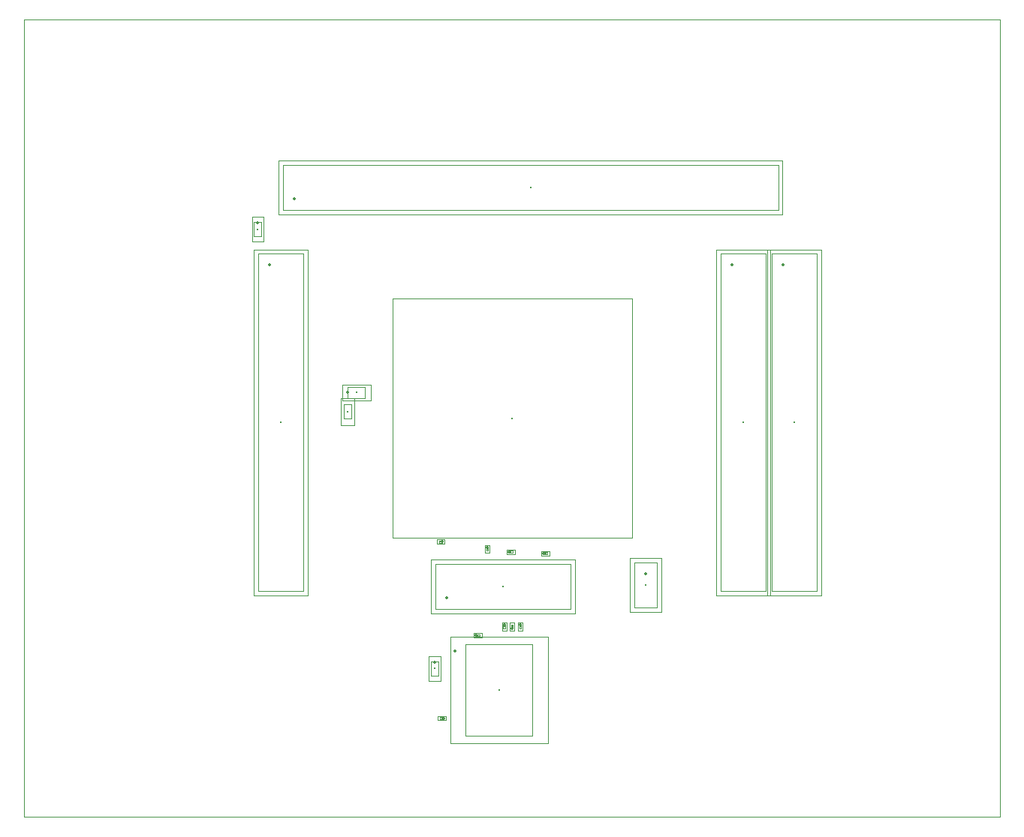
<source format=gbr>
G04 --- HEADER BEGIN --- *
G04 #@! TF.GenerationSoftware,LibrePCB,LibrePCB,1.1.0*
G04 #@! TF.CreationDate,2024-09-08T17:02:52*
G04 #@! TF.ProjectId,flasher,f4b07f79-14a2-4070-9d7d-1f686dcb10c4,v1*
G04 #@! TF.Part,Single*
G04 #@! TF.SameCoordinates*
G04 #@! TF.FileFunction,Component,L1,Top*
%FSLAX66Y66*%
%MOMM*%
G01*
G75*
G04 --- HEADER END --- *
G04 --- APERTURE LIST BEGIN --- *
G04 #@! TA.AperFunction,Profile*
%ADD10C,0.001*%
G04 #@! TA.AperFunction,ComponentMain*
%ADD11C,0.3*%
G04 #@! TA.AperFunction,ComponentOutline,Body*
%ADD12C,0.1*%
G04 #@! TA.AperFunction,ComponentPin*
%ADD13C,0*%
G04 #@! TA.AperFunction,ComponentOutline,Courtyard*
%ADD14C,0.1*%
G04 #@! TA.AperFunction,ComponentPin*
%ADD15P,0.36X4X0.0*%
G04 #@! TD*
G04 --- APERTURE LIST END --- *
G04 --- BOARD BEGIN --- *
D10*
X-55000000Y-45000000D02*
X55000000Y-45000000D01*
X55000000Y45000000D01*
X-55000000Y45000000D01*
X-55000000Y-45000000D01*
D11*
G04 #@! TO.C,LOGIC1*
G04 #@! TO.CVal,XC7A200T-FBG676*
G04 #@! TO.CMnt,Other*
G04 #@! TO.CFtp,FBG676*
G04 #@! TO.CRot,0.0*
X0Y0D03*
D12*
X-13500000Y13500000D02*
X13500000Y13500000D01*
X13500000Y-13500000D01*
X-13500000Y-13500000D01*
X-13500000Y13500000D01*
D13*
G04 #@! TO.P,LOGIC1,W21,W21_IO_L14P_T2_SRCC_13*
X7500000Y-5475500D03*
G04 #@! TO.P,LOGIC1,C20,C20_GND*
X6500000Y10524500D03*
G04 #@! TO.P,LOGIC1,E25,E25_IO_L20P_T3_A20_15*
X11500000Y8524500D03*
G04 #@! TO.P,LOGIC1,U5,U5_IO_L21N_T3_DQS_34*
X-8500000Y-3475500D03*
G04 #@! TO.P,LOGIC1,M20,M20_IO_L8P_T1_D11_14*
X6500000Y1524500D03*
G04 #@! TO.P,LOGIC1,C13,C13_GND*
X-500000Y10524500D03*
G04 #@! TO.P,LOGIC1,AB26,AB26_IO_L3P_T0_DQS_13*
X12500000Y-8475500D03*
G04 #@! TO.P,LOGIC1,L4,L4_IO_L3N_T0_DQS_34*
X-9500000Y2524500D03*
G04 #@! TO.P,LOGIC1,E12,E12_GND*
X-1500000Y8524500D03*
G04 #@! TO.P,LOGIC1,W23,W23_IO_L10N_T1_13*
X9500000Y-5475500D03*
G04 #@! TO.P,LOGIC1,T10,T10_VCCINT*
X-3500000Y-2475500D03*
G04 #@! TO.P,LOGIC1,A24,A24_IO_L21N_T3_DQS_16*
X10500000Y12524500D03*
G04 #@! TO.P,LOGIC1,AE22,AE22_IO_L9P_T1_DQS_12*
X8500000Y-11475500D03*
G04 #@! TO.P,LOGIC1,Y2,Y2_IO_L8P_T1_33*
X-11500000Y-6475500D03*
G04 #@! TO.P,LOGIC1,B18,B18_VCCO_16*
X4500000Y11524500D03*
G04 #@! TO.P,LOGIC1,AE7,AE7_MGTPTXP3_213*
X-6500000Y-11475500D03*
G04 #@! TO.P,LOGIC1,AF20,AF20_IO_L8N_T1_12*
X6500000Y-12475500D03*
G04 #@! TO.P,LOGIC1,E9,E9_GND*
X-4500000Y8524500D03*
G04 #@! TO.P,LOGIC1,R15,R15_IO_L1N_T0_D01_DIN_14*
X1500000Y-1475500D03*
G04 #@! TO.P,LOGIC1,AB25,AB25_IO_L7N_T1_13*
X11500000Y-8475500D03*
G04 #@! TO.P,LOGIC1,AE18,AE18_IO_L16P_T2_12*
X4500000Y-11475500D03*
G04 #@! TO.P,LOGIC1,M9,M9_GND*
X-4500000Y1524500D03*
G04 #@! TO.P,LOGIC1,T19,T19_IO_L17P_T2_13*
X5500000Y-2475500D03*
G04 #@! TO.P,LOGIC1,G5,G5_IO_L12P_T1_MRCC_35*
X-8500000Y6524500D03*
G04 #@! TO.P,LOGIC1,N9,N9_VCCAUX*
X-4500000Y524500D03*
G04 #@! TO.P,LOGIC1,K11,K11_GND*
X-2500000Y3524500D03*
G04 #@! TO.P,LOGIC1,B9,B9_MGTPTXP2_216*
X-4500000Y11524500D03*
G04 #@! TO.P,LOGIC1,AA21,AA21_VCCO_12*
X7500000Y-7475500D03*
G04 #@! TO.P,LOGIC1,W2,W2_GND*
X-11500000Y-5475500D03*
G04 #@! TO.P,LOGIC1,AF1,AF1_GND*
X-12500000Y-12475500D03*
G04 #@! TO.P,LOGIC1,AC1,AC1_IO_L7N_T1_33*
X-12500000Y-9475500D03*
G04 #@! TO.P,LOGIC1,N12,N12_VP_0*
X-1500000Y524500D03*
G04 #@! TO.P,LOGIC1,U2,U2_IO_L18P_T2_34*
X-11500000Y-3475500D03*
G04 #@! TO.P,LOGIC1,R16,R16_IO_L5P_T0_D06_14*
X2500000Y-1475500D03*
G04 #@! TO.P,LOGIC1,V3,V3_IO_L3P_T0_DQS_33*
X-10500000Y-4475500D03*
G04 #@! TO.P,LOGIC1,M3,M3_GND*
X-10500000Y1524500D03*
G04 #@! TO.P,LOGIC1,T13,T13_GND*
X-500000Y-2475500D03*
G04 #@! TO.P,LOGIC1,L18,L18_IO_L9N_T1_AD10N_15*
X4500000Y2524500D03*
G04 #@! TO.P,LOGIC1,E3,E3_IO_L18N_T2_35*
X-10500000Y8524500D03*
G04 #@! TO.P,LOGIC1,E14,E14_GND*
X500000Y8524500D03*
G04 #@! TO.P,LOGIC1,AC15,AC15_GND*
X1500000Y-9475500D03*
G04 #@! TO.P,LOGIC1,L2,L2_IO_L11N_T1_SRCC_34*
X-11500000Y2524500D03*
G04 #@! TO.P,LOGIC1,Y25,Y25_IO_L5P_T0_13*
X11500000Y-6475500D03*
G04 #@! TO.P,LOGIC1,B5,B5_IO_L15P_T2_DQS_35*
X-8500000Y11524500D03*
G04 #@! TO.P,LOGIC1,G8,G8IO_L2N_T0_AD12N_35*
X-5500000Y6524500D03*
G04 #@! TO.P,LOGIC1,A19,A19_IO_L10N_T1_16*
X5500000Y12524500D03*
G04 #@! TO.P,LOGIC1,W11,W11_VCCO_0*
X-2500000Y-5475500D03*
G04 #@! TO.P,LOGIC1,C4,C4_IO_L14N_T2_SRCC_35*
X-9500000Y10524500D03*
G04 #@! TO.P,LOGIC1,R3,R3_IO_L13P_T2_MRCC_34*
X-10500000Y-1475500D03*
G04 #@! TO.P,LOGIC1,K12,K12_VCCINT*
X-1500000Y3524500D03*
G04 #@! TO.P,LOGIC1,AB6,AB6_IO_L24P_T3_33*
X-7500000Y-8475500D03*
G04 #@! TO.P,LOGIC1,AA8,AA8_IO_L23N_T3_33*
X-5500000Y-7475500D03*
G04 #@! TO.P,LOGIC1,AF10,AF10_GND*
X-3500000Y-12475500D03*
G04 #@! TO.P,LOGIC1,E15,E15_GND*
X1500000Y8524500D03*
G04 #@! TO.P,LOGIC1,E11,E11_MGTREFCLK0N_216*
X-2500000Y8524500D03*
G04 #@! TO.P,LOGIC1,E10,E10_GND*
X-3500000Y8524500D03*
G04 #@! TO.P,LOGIC1,F1,F1_GND*
X-12500000Y7524500D03*
G04 #@! TO.P,LOGIC1,B17,B17_IO_L7N_T1_16*
X3500000Y11524500D03*
G04 #@! TO.P,LOGIC1,H1,H1_IO_L10N_T1_34*
X-12500000Y5524500D03*
G04 #@! TO.P,LOGIC1,V26,V26_IO_L2P_T0_13*
X12500000Y-4475500D03*
G04 #@! TO.P,LOGIC1,Y7,Y7_IO_L19P_T3_33*
X-6500000Y-6475500D03*
G04 #@! TO.P,LOGIC1,R23,R23_IO_L24N_T3_A00_D16_14*
X9500000Y-1475500D03*
G04 #@! TO.P,LOGIC1,AE21,AE21_IO_L7N_T1_12*
X7500000Y-11475500D03*
G04 #@! TO.P,LOGIC1,AC17,AC17_IO_L20P_T3_12*
X3500000Y-9475500D03*
G04 #@! TO.P,LOGIC1,AE10,AE10_MGTAVTT_G10*
X-3500000Y-11475500D03*
G04 #@! TO.P,LOGIC1,N11,N11_VREFN_0*
X-2500000Y524500D03*
G04 #@! TO.P,LOGIC1,V8,V8_IO_L21P_T3_DQS_33*
X-5500000Y-4475500D03*
G04 #@! TO.P,LOGIC1,H9,H9_IO_L6P_T0_35*
X-4500000Y5524500D03*
G04 #@! TO.P,LOGIC1,E26,E26_IO_L21P_T3_DQS_15*
X12500000Y8524500D03*
G04 #@! TO.P,LOGIC1,L16,L16_GND*
X2500000Y2524500D03*
G04 #@! TO.P,LOGIC1,H19,H19_IO_L7N_T1_AD2N_15*
X5500000Y5524500D03*
G04 #@! TO.P,LOGIC1,Y16,Y16_IO_L21P_T3_DQS_12*
X2500000Y-6475500D03*
G04 #@! TO.P,LOGIC1,F20,F20_IO_L5N_T0_16*
X6500000Y7524500D03*
G04 #@! TO.P,LOGIC1,AD20,AD20_IO_L10P_T1_12*
X6500000Y-10475500D03*
G04 #@! TO.P,LOGIC1,AE2,AE2_IO_L10P_T1_33*
X-11500000Y-11475500D03*
G04 #@! TO.P,LOGIC1,AA3,AA3_IO_L12P_T1_MRCC_33*
X-10500000Y-7475500D03*
G04 #@! TO.P,LOGIC1,G24,G24_IO_L19P_T3_A22_15*
X10500000Y6524500D03*
G04 #@! TO.P,LOGIC1,R21,R21_IO_L18N_T2_A11_D27_14*
X7500000Y-1475500D03*
G04 #@! TO.P,LOGIC1,W7,W7_VCCO_33*
X-6500000Y-5475500D03*
G04 #@! TO.P,LOGIC1,N19,N19_IO_L16N_T2_A15_D31_14*
X5500000Y524500D03*
G04 #@! TO.P,LOGIC1,AC21,AC21_IO_L11N_T1_SRCC_12*
X7500000Y-9475500D03*
G04 #@! TO.P,LOGIC1,AD24,AD24_IO_L6N_T0_VREF_12*
X10500000Y-10475500D03*
G04 #@! TO.P,LOGIC1,T25,T25_IO_L21N_T3_DQS_A06_D22_14*
X11500000Y-2475500D03*
G04 #@! TO.P,LOGIC1,Y18,Y18_IO_L17P_T2_12*
X4500000Y-6475500D03*
G04 #@! TO.P,LOGIC1,G10,G10_GND*
X-3500000Y6524500D03*
G04 #@! TO.P,LOGIC1,D12,D12_MGTPRXP3_216*
X-1500000Y9524500D03*
G04 #@! TO.P,LOGIC1,AA7,AA7_IO_L19N_T3_VREF_33*
X-6500000Y-7475500D03*
G04 #@! TO.P,LOGIC1,B23,B23_GND*
X9500000Y11524500D03*
G04 #@! TO.P,LOGIC1,AF19,AF19_IO_L8P_T1_12*
X5500000Y-12475500D03*
G04 #@! TO.P,LOGIC1,E8,E8_GND*
X-5500000Y8524500D03*
G04 #@! TO.P,LOGIC1,J7,J7_VCCO_35*
X-6500000Y4524500D03*
G04 #@! TO.P,LOGIC1,M10,M10_VCCINT*
X-3500000Y1524500D03*
G04 #@! TO.P,LOGIC1,B26,B26_IO_L22N_T3_16*
X12500000Y11524500D03*
G04 #@! TO.P,LOGIC1,H20,H20_VCCO_15*
X6500000Y5524500D03*
G04 #@! TO.P,LOGIC1,M22,M22_IO_L12N_T1_MRCC_14*
X8500000Y1524500D03*
G04 #@! TO.P,LOGIC1,F3,F3_IO_L18P_T2_35*
X-10500000Y7524500D03*
G04 #@! TO.P,LOGIC1,AE26,AE26_IO_L1N_T0_12*
X12500000Y-11475500D03*
G04 #@! TO.P,LOGIC1,A20,A20_IO_L15N_T2_DQS_16*
X6500000Y12524500D03*
G04 #@! TO.P,LOGIC1,K8,K8_IO_L8N_T1_AD14N_35*
X-5500000Y3524500D03*
G04 #@! TO.P,LOGIC1,P25,P25_IO_L19N_T3_A09_D25_VREF_14*
X11500000Y-475500D03*
G04 #@! TO.P,LOGIC1,R5,R5_IO_L20N_T3_34*
X-8500000Y-1475500D03*
G04 #@! TO.P,LOGIC1,AC14,AC14_MGTPRXP2_213*
X500000Y-9475500D03*
G04 #@! TO.P,LOGIC1,D6,D6_IO_L1N_T0_AD4N_35*
X-7500000Y9524500D03*
G04 #@! TO.P,LOGIC1,AF13,AF13_MGTPRXN1_213*
X-500000Y-12475500D03*
G04 #@! TO.P,LOGIC1,K6,K6_IO_L10N_T1_AD15N_35*
X-7500000Y3524500D03*
G04 #@! TO.P,LOGIC1,AA25,AA25_IO_L5N_T0_13*
X11500000Y-7475500D03*
G04 #@! TO.P,LOGIC1,A1,A1_VCCO_35*
X-12500000Y12524500D03*
G04 #@! TO.P,LOGIC1,L7,L7_IO_L2N_T0_34*
X-6500000Y2524500D03*
G04 #@! TO.P,LOGIC1,L26,L26_GND*
X12500000Y2524500D03*
G04 #@! TO.P,LOGIC1,P13,P13_GND*
X-500000Y-475500D03*
G04 #@! TO.P,LOGIC1,W24,W24_IO_L6N_T0_VREF_13*
X10500000Y-5475500D03*
G04 #@! TO.P,LOGIC1,C19,C19_IO_L13N_T2_MRCC_16*
X5500000Y10524500D03*
G04 #@! TO.P,LOGIC1,AF8,AF8_GND*
X-5500000Y-12475500D03*
G04 #@! TO.P,LOGIC1,Y9,Y9_M1_0*
X-4500000Y-6475500D03*
G04 #@! TO.P,LOGIC1,M21,M21_IO_L12P_T1_MRCC_14*
X7500000Y1524500D03*
G04 #@! TO.P,LOGIC1,Y6,Y6_IO_L20P_T3_33*
X-7500000Y-6475500D03*
G04 #@! TO.P,LOGIC1,F22,F22_IO_L15N_T2_DQS_ADV_B_15*
X8500000Y7524500D03*
G04 #@! TO.P,LOGIC1,B16,B16_GND*
X2500000Y11524500D03*
G04 #@! TO.P,LOGIC1,C1,C1_IO_L21P_T3_DQS_35*
X-12500000Y10524500D03*
G04 #@! TO.P,LOGIC1,AC26,AC26_IO_L3N_T0_DQS_13*
X12500000Y-9475500D03*
G04 #@! TO.P,LOGIC1,M1,M1_IO_L9N_T1_DQS_34*
X-12500000Y1524500D03*
G04 #@! TO.P,LOGIC1,F11,F11_MGTREFCLK0P_216*
X-2500000Y7524500D03*
G04 #@! TO.P,LOGIC1,U25,U25_IO_L1P_T0_13*
X11500000Y-3475500D03*
G04 #@! TO.P,LOGIC1,C24,C24_IO_L23P_T3_16*
X10500000Y10524500D03*
G04 #@! TO.P,LOGIC1,AE25,AE25_IO_L1P_T0_12*
X11500000Y-11475500D03*
G04 #@! TO.P,LOGIC1,AA24,AA24_IO_L7P_T1_13*
X10500000Y-7475500D03*
G04 #@! TO.P,LOGIC1,AB7,AB7_M0_0*
X-6500000Y-8475500D03*
G04 #@! TO.P,LOGIC1,E5,E5_IO_L13P_T2_MRCC_35*
X-8500000Y8524500D03*
G04 #@! TO.P,LOGIC1,E6,E6_IO_L1P_T0_AD4P_35*
X-7500000Y8524500D03*
G04 #@! TO.P,LOGIC1,T12,T12_VCCINT*
X-1500000Y-2475500D03*
G04 #@! TO.P,LOGIC1,W25,W25_IO_L4P_T0_13*
X11500000Y-5475500D03*
G04 #@! TO.P,LOGIC1,U13,U13_VCCBRAM*
X-500000Y-3475500D03*
G04 #@! TO.P,LOGIC1,C17,C17_IO_L7P_T1_16*
X3500000Y10524500D03*
G04 #@! TO.P,LOGIC1,A21,A21_VCCO_16*
X7500000Y12524500D03*
G04 #@! TO.P,LOGIC1,J4,J4_IO_L9P_T1_DQS_AD7P_35*
X-9500000Y4524500D03*
G04 #@! TO.P,LOGIC1,Y19,Y19_GND*
X5500000Y-6475500D03*
G04 #@! TO.P,LOGIC1,Y11,Y11_GND*
X-2500000Y-6475500D03*
G04 #@! TO.P,LOGIC1,P7,P7_GND*
X-6500000Y-475500D03*
G04 #@! TO.P,LOGIC1,V25,V25_GND*
X11500000Y-4475500D03*
G04 #@! TO.P,LOGIC1,N8,N8_IO_0_34*
X-5500000Y524500D03*
G04 #@! TO.P,LOGIC1,AA11,AA11_MGTREFCLK1P_213*
X-2500000Y-7475500D03*
G04 #@! TO.P,LOGIC1,C22,C22_IO_L19P_T3_16*
X8500000Y10524500D03*
G04 #@! TO.P,LOGIC1,P8,P8_IO_L22N_T3_34*
X-5500000Y-475500D03*
G04 #@! TO.P,LOGIC1,D13,D13_MGTAVCC_G11*
X-500000Y9524500D03*
G04 #@! TO.P,LOGIC1,U19,U19_IO_L17N_T2_13*
X5500000Y-3475500D03*
G04 #@! TO.P,LOGIC1,R8,R8_IO_L22P_T3_34*
X-5500000Y-1475500D03*
G04 #@! TO.P,LOGIC1,W12,W12_GND*
X-1500000Y-5475500D03*
G04 #@! TO.P,LOGIC1,J18,J18_IO_L10P_T1_AD11P_15*
X4500000Y4524500D03*
G04 #@! TO.P,LOGIC1,B6,B6_GND*
X-7500000Y11524500D03*
G04 #@! TO.P,LOGIC1,K14,K14_VCCO_15*
X500000Y3524500D03*
G04 #@! TO.P,LOGIC1,T21,T21_GND*
X7500000Y-2475500D03*
G04 #@! TO.P,LOGIC1,T15,T15_IO_L20N_T3_13*
X1500000Y-2475500D03*
G04 #@! TO.P,LOGIC1,Y21,Y21_IO_L14N_T2_SRCC_13*
X7500000Y-6475500D03*
G04 #@! TO.P,LOGIC1,E7,E7_GND*
X-6500000Y8524500D03*
G04 #@! TO.P,LOGIC1,M19,M19_IO_0_14*
X5500000Y1524500D03*
G04 #@! TO.P,LOGIC1,L14,L14_IO_L4N_T0_15*
X500000Y2524500D03*
G04 #@! TO.P,LOGIC1,T5,T5_IO_L20P_T3_34*
X-8500000Y-2475500D03*
G04 #@! TO.P,LOGIC1,B19,B19_IO_L10P_T1_16*
X5500000Y11524500D03*
G04 #@! TO.P,LOGIC1,W19,W19_IO_L18N_T2_13*
X5500000Y-5475500D03*
G04 #@! TO.P,LOGIC1,AC18,AC18_IO_L15P_T2_DQS_12*
X4500000Y-9475500D03*
G04 #@! TO.P,LOGIC1,B12,B12_MGTAVTT_G11*
X-1500000Y11524500D03*
G04 #@! TO.P,LOGIC1,AE20,AE20_IO_L10N_T1_12*
X6500000Y-11475500D03*
G04 #@! TO.P,LOGIC1,AE9,AE9_MGTPTXP1_213*
X-4500000Y-11475500D03*
G04 #@! TO.P,LOGIC1,V7,V7_IO_L6N_T0_VREF_33*
X-6500000Y-4475500D03*
G04 #@! TO.P,LOGIC1,P19,P19_IO_L16P_T2_CSI_B_14*
X5500000Y-475500D03*
G04 #@! TO.P,LOGIC1,AB17,AB17_IO_L19N_T3_VREF_12*
X3500000Y-8475500D03*
G04 #@! TO.P,LOGIC1,L12,L12_GND*
X-1500000Y2524500D03*
G04 #@! TO.P,LOGIC1,AF4,AF4_IO_L17N_T2_33*
X-9500000Y-12475500D03*
G04 #@! TO.P,LOGIC1,A22,A22_IO_L17N_T2_16*
X8500000Y12524500D03*
G04 #@! TO.P,LOGIC1,T20,T20_IO_L15P_T2_DQS_13*
X6500000Y-2475500D03*
G04 #@! TO.P,LOGIC1,R13,R13_VCCBRAM*
X-500000Y-1475500D03*
G04 #@! TO.P,LOGIC1,U15,U15_IO_L22P_T3_13*
X1500000Y-3475500D03*
G04 #@! TO.P,LOGIC1,E22,E22_IO_25_16*
X8500000Y8524500D03*
G04 #@! TO.P,LOGIC1,M23,M23_GND*
X9500000Y1524500D03*
G04 #@! TO.P,LOGIC1,R17,R17_IO_L5N_T0_D07_14*
X3500000Y-1475500D03*
G04 #@! TO.P,LOGIC1,AF17,AF17_IO_L18N_T2_12*
X3500000Y-12475500D03*
G04 #@! TO.P,LOGIC1,R25,R25_IO_L19P_T3_A10_D26_14*
X11500000Y-1475500D03*
G04 #@! TO.P,LOGIC1,F18,F18_IO_L3P_T0_DQS_16*
X4500000Y7524500D03*
G04 #@! TO.P,LOGIC1,H15,H15_IO_L1N_T0_16*
X1500000Y5524500D03*
G04 #@! TO.P,LOGIC1,N26,N26_IO_L20P_T3_A08_D24_14*
X12500000Y524500D03*
G04 #@! TO.P,LOGIC1,J9,J9_VCCAUX*
X-4500000Y4524500D03*
G04 #@! TO.P,LOGIC1,H6,H6_IO_L5P_T0_AD13P_35*
X-7500000Y5524500D03*
G04 #@! TO.P,LOGIC1,J6,J6_IO_L7P_T1_AD6P_35*
X-7500000Y4524500D03*
G04 #@! TO.P,LOGIC1,M5,M5_IO_L6N_T0_VREF_34*
X-8500000Y1524500D03*
G04 #@! TO.P,LOGIC1,AC13,AC13_MGTAVCC_G10*
X-500000Y-9475500D03*
G04 #@! TO.P,LOGIC1,W10,W10_DONE_0*
X-3500000Y-5475500D03*
G04 #@! TO.P,LOGIC1,J26,J26_IO_L24N_T3_RS0_15*
X12500000Y4524500D03*
G04 #@! TO.P,LOGIC1,AB4,AB4_IO_L13N_T2_MRCC_33*
X-9500000Y-8475500D03*
G04 #@! TO.P,LOGIC1,U6,U6_IO_L21P_T3_DQS_34*
X-7500000Y-3475500D03*
G04 #@! TO.P,LOGIC1,L24,L24_IO_L9P_T1_DQS_14*
X10500000Y2524500D03*
G04 #@! TO.P,LOGIC1,G23,G23_VCCO_15*
X9500000Y6524500D03*
G04 #@! TO.P,LOGIC1,AB24,AB24_IO_L9P_T1_DQS_13*
X10500000Y-8475500D03*
G04 #@! TO.P,LOGIC1,N14,N14_IO_L2N_T0_D03_14*
X500000Y524500D03*
G04 #@! TO.P,LOGIC1,AC20,AC20_GND*
X6500000Y-9475500D03*
G04 #@! TO.P,LOGIC1,V11,V11_INIT_B_0*
X-2500000Y-4475500D03*
G04 #@! TO.P,LOGIC1,W3,W3_IO_L5P_T0_33*
X-10500000Y-5475500D03*
G04 #@! TO.P,LOGIC1,V19,V19_IO_L18P_T2_13*
X5500000Y-4475500D03*
G04 #@! TO.P,LOGIC1,H11,H11_TMS_0*
X-2500000Y5524500D03*
G04 #@! TO.P,LOGIC1,A4,A4_IO_L16N_T2_35*
X-9500000Y12524500D03*
G04 #@! TO.P,LOGIC1,N13,N13_VCCBRAM*
X-500000Y524500D03*
G04 #@! TO.P,LOGIC1,Y22,Y22_IO_L11P_T1_SRCC_13*
X8500000Y-6475500D03*
G04 #@! TO.P,LOGIC1,AC9,AC9_MGTAVCC_G10*
X-4500000Y-9475500D03*
G04 #@! TO.P,LOGIC1,F8,F8_IO_L4P_T0_35*
X-5500000Y7524500D03*
G04 #@! TO.P,LOGIC1,A13,A13_MGTPRXN2_216*
X-500000Y12524500D03*
G04 #@! TO.P,LOGIC1,C21,C21_IO_L16P_T2_16*
X7500000Y10524500D03*
G04 #@! TO.P,LOGIC1,C7,C7_MGTAVTT_G11*
X-6500000Y10524500D03*
G04 #@! TO.P,LOGIC1,A8,A8_GND*
X-5500000Y12524500D03*
G04 #@! TO.P,LOGIC1,J20,J20_IO_L9N_T1_DQS_AD3N_15*
X6500000Y4524500D03*
G04 #@! TO.P,LOGIC1,Y3,Y3_IO_L5N_T0_33*
X-10500000Y-6475500D03*
G04 #@! TO.P,LOGIC1,D23,D23_IO_L24P_T3_16*
X9500000Y9524500D03*
G04 #@! TO.P,LOGIC1,Y13,Y13_GND*
X-500000Y-6475500D03*
G04 #@! TO.P,LOGIC1,P24,P24_IO_L17N_T2_A13_D29_14*
X10500000Y-475500D03*
G04 #@! TO.P,LOGIC1,G17,G17_IO_L2P_T0_16*
X3500000Y6524500D03*
G04 #@! TO.P,LOGIC1,H13,H13_CCLK_0*
X-500000Y5524500D03*
G04 #@! TO.P,LOGIC1,C10,C10_MGTPTXN3_216*
X-3500000Y10524500D03*
G04 #@! TO.P,LOGIC1,AD18,AD18_IO_L15N_T2_DQS_12*
X4500000Y-10475500D03*
G04 #@! TO.P,LOGIC1,T1,T1_GND*
X-12500000Y-2475500D03*
G04 #@! TO.P,LOGIC1,H17,H17_IO_0_16*
X3500000Y5524500D03*
G04 #@! TO.P,LOGIC1,J23,J23_IO_L14P_T2_SRCC_15*
X9500000Y4524500D03*
G04 #@! TO.P,LOGIC1,A18,A18_IO_L9N_T1_DQS_16*
X4500000Y12524500D03*
G04 #@! TO.P,LOGIC1,A9,A9_MGTPTXN2_216*
X-4500000Y12524500D03*
G04 #@! TO.P,LOGIC1,E4,E4_GND*
X-9500000Y8524500D03*
G04 #@! TO.P,LOGIC1,P3,P3_IO_L13N_T2_MRCC_34*
X-10500000Y-475500D03*
G04 #@! TO.P,LOGIC1,U16,U16_IO_L22N_T3_13*
X2500000Y-3475500D03*
G04 #@! TO.P,LOGIC1,L9,L9_VCCAUX*
X-4500000Y2524500D03*
G04 #@! TO.P,LOGIC1,AA14,AA14_GND*
X500000Y-7475500D03*
G04 #@! TO.P,LOGIC1,AE16,AE16_PROGRAM_B_0*
X2500000Y-11475500D03*
G04 #@! TO.P,LOGIC1,L17,L17_IO_L8P_T1_AD10P_15*
X3500000Y2524500D03*
G04 #@! TO.P,LOGIC1,K24,K24_VCCO_14*
X10500000Y3524500D03*
G04 #@! TO.P,LOGIC1,H2,H2_IO_L10P_T1_34*
X-11500000Y5524500D03*
G04 #@! TO.P,LOGIC1,AB13,AB13_MGTREFCLK0N_213*
X-500000Y-8475500D03*
G04 #@! TO.P,LOGIC1,E18,E18_IO_L11N_T1_SRCC_16*
X4500000Y8524500D03*
G04 #@! TO.P,LOGIC1,T17,T17_IO_L21P_T3_DQS_13*
X3500000Y-2475500D03*
G04 #@! TO.P,LOGIC1,M8,M8_VCCO_34*
X-5500000Y1524500D03*
G04 #@! TO.P,LOGIC1,L10,L10_GND*
X-3500000Y2524500D03*
G04 #@! TO.P,LOGIC1,E21,E21_IO_L18P_T2_16*
X7500000Y8524500D03*
G04 #@! TO.P,LOGIC1,W15,W15_IO_L24N_T3_12*
X1500000Y-5475500D03*
G04 #@! TO.P,LOGIC1,AC7,AC7_GND*
X-6500000Y-9475500D03*
G04 #@! TO.P,LOGIC1,T9,T9_GND*
X-4500000Y-2475500D03*
G04 #@! TO.P,LOGIC1,G14,G14_VCCBATT_0*
X500000Y6524500D03*
G04 #@! TO.P,LOGIC1,AC4,AC4_IO_L18P_T2_33*
X-9500000Y-9475500D03*
G04 #@! TO.P,LOGIC1,F15,F15_IO_L4N_T0_16*
X1500000Y7524500D03*
G04 #@! TO.P,LOGIC1,E13,E13_MGTREFCLK1N_216*
X-500000Y8524500D03*
G04 #@! TO.P,LOGIC1,J19,J19_IO_L7P_T1_AD2P_15*
X5500000Y4524500D03*
G04 #@! TO.P,LOGIC1,F12,F12_MGTAVCC_G11*
X-1500000Y7524500D03*
G04 #@! TO.P,LOGIC1,AA9,AA9_GND*
X-4500000Y-7475500D03*
G04 #@! TO.P,LOGIC1,N1,N1_IO_L9P_T1_DQS_34*
X-12500000Y524500D03*
G04 #@! TO.P,LOGIC1,AB9,AB9_GND*
X-4500000Y-8475500D03*
G04 #@! TO.P,LOGIC1,M6,M6_IO_L6P_T0_34*
X-7500000Y1524500D03*
G04 #@! TO.P,LOGIC1,C5,C5_VCCO_35*
X-8500000Y10524500D03*
G04 #@! TO.P,LOGIC1,AC10,AC10_MGTPTXP0_213*
X-3500000Y-9475500D03*
G04 #@! TO.P,LOGIC1,K1,K1_IO_L7P_T1_34*
X-12500000Y3524500D03*
G04 #@! TO.P,LOGIC1,B24,B24_IO_L23N_T3_16*
X10500000Y11524500D03*
G04 #@! TO.P,LOGIC1,F19,F19_IO_L3N_T0_DQS_16*
X5500000Y7524500D03*
G04 #@! TO.P,LOGIC1,U23,U23_VCCO_13*
X9500000Y-3475500D03*
G04 #@! TO.P,LOGIC1,AD2,AD2VCCO_33*
X-11500000Y-10475500D03*
G04 #@! TO.P,LOGIC1,V15,V15_GND*
X1500000Y-4475500D03*
G04 #@! TO.P,LOGIC1,L20,L20_IO_L8N_T1_D12_14*
X6500000Y2524500D03*
G04 #@! TO.P,LOGIC1,AB5,AB5_IO_L22N_T3_33*
X-8500000Y-8475500D03*
G04 #@! TO.P,LOGIC1,R22,R22_IO_L23N_T3_A02_D18_14*
X8500000Y-1475500D03*
G04 #@! TO.P,LOGIC1,V14,V14_IO_L23N_T3_13*
X500000Y-4475500D03*
G04 #@! TO.P,LOGIC1,C12,C12_MGTPRXN3_216*
X-1500000Y10524500D03*
G04 #@! TO.P,LOGIC1,W14,W14_IO_L24P_T3_12*
X500000Y-5475500D03*
G04 #@! TO.P,LOGIC1,M2,M2_IO_L11P_T1_SRCC_34*
X-11500000Y1524500D03*
G04 #@! TO.P,LOGIC1,AE3,AE3_IO_L16P_T2_33*
X-10500000Y-11475500D03*
G04 #@! TO.P,LOGIC1,AA18,AA18_IO_L17N_T2_12*
X4500000Y-7475500D03*
G04 #@! TO.P,LOGIC1,AC12,AC12_MGTPRXP0_213*
X-1500000Y-9475500D03*
G04 #@! TO.P,LOGIC1,N10,N10_GND*
X-3500000Y524500D03*
G04 #@! TO.P,LOGIC1,AC8,AC8_MGTPTXP2_213*
X-5500000Y-9475500D03*
G04 #@! TO.P,LOGIC1,M15,M15_IO_L5P_T0_AD9P_15*
X1500000Y1524500D03*
G04 #@! TO.P,LOGIC1,C9,C9_GND*
X-4500000Y10524500D03*
G04 #@! TO.P,LOGIC1,J10,J10_TDO_0*
X-3500000Y4524500D03*
G04 #@! TO.P,LOGIC1,L13,L13_VCCINT*
X-500000Y2524500D03*
G04 #@! TO.P,LOGIC1,J15,J15_IO_L2N_T0_AD8N_15*
X1500000Y4524500D03*
G04 #@! TO.P,LOGIC1,H12,H12_TCK_0*
X-1500000Y5524500D03*
G04 #@! TO.P,LOGIC1,T6,T6_VCCO_34*
X-7500000Y-2475500D03*
G04 #@! TO.P,LOGIC1,AF9,AF9_MGTPTXN1_213*
X-4500000Y-12475500D03*
G04 #@! TO.P,LOGIC1,D10,D10_MGTPTXP3_216*
X-3500000Y9524500D03*
G04 #@! TO.P,LOGIC1,P6,P6_IO_L19P_T3_34*
X-7500000Y-475500D03*
G04 #@! TO.P,LOGIC1,J11,J11_VCCINT*
X-2500000Y4524500D03*
G04 #@! TO.P,LOGIC1,V6,V6_IO_L4P_T0_33*
X-7500000Y-4475500D03*
G04 #@! TO.P,LOGIC1,AA16,AA16_GND*
X2500000Y-7475500D03*
G04 #@! TO.P,LOGIC1,N6,N6_IO_L5N_T0_34*
X-7500000Y524500D03*
G04 #@! TO.P,LOGIC1,F2,F2_IO_L22P_T3_35*
X-11500000Y7524500D03*
G04 #@! TO.P,LOGIC1,N15,N15_VCCO_14*
X1500000Y524500D03*
G04 #@! TO.P,LOGIC1,C26,C26_IO_L22P_T3_16*
X12500000Y10524500D03*
G04 #@! TO.P,LOGIC1,G25,G25_IO_L23P_T3_FOE_B_15*
X11500000Y6524500D03*
G04 #@! TO.P,LOGIC1,Y8,Y8_IO_L23P_T3_33*
X-5500000Y-6475500D03*
G04 #@! TO.P,LOGIC1,AE12,AE12_MGTAVTT_G10*
X-1500000Y-11475500D03*
G04 #@! TO.P,LOGIC1,AD14,AD14_MGTPRXN2_213*
X500000Y-10475500D03*
G04 #@! TO.P,LOGIC1,M25,M25_IO_L10N_T1_D15_14*
X11500000Y1524500D03*
G04 #@! TO.P,LOGIC1,G12,G12_GND*
X-1500000Y6524500D03*
G04 #@! TO.P,LOGIC1,G7,G7_IO_L3N_T0_DQS_AD5N_35*
X-6500000Y6524500D03*
G04 #@! TO.P,LOGIC1,L15,L15_IO_L5N_T0_AD9N_15*
X1500000Y2524500D03*
G04 #@! TO.P,LOGIC1,Y10,Y10_GND*
X-3500000Y-6475500D03*
G04 #@! TO.P,LOGIC1,J2,J2_GND*
X-11500000Y4524500D03*
G04 #@! TO.P,LOGIC1,V21,V21_IO_L13N_T2_MRCC_13*
X7500000Y-4475500D03*
G04 #@! TO.P,LOGIC1,AF15,AF15_MGTRREF_213*
X1500000Y-12475500D03*
G04 #@! TO.P,LOGIC1,W6,W6_IO_L4N_T0_33*
X-7500000Y-5475500D03*
G04 #@! TO.P,LOGIC1,N18,N18_IO_L6N_T0_D08_VREF_14*
X4500000Y524500D03*
G04 #@! TO.P,LOGIC1,AD8,AD8_MGTPTXN2_213*
X-5500000Y-10475500D03*
G04 #@! TO.P,LOGIC1,H10,H10_TDI_0*
X-3500000Y5524500D03*
G04 #@! TO.P,LOGIC1,V5,V5_GND*
X-8500000Y-4475500D03*
G04 #@! TO.P,LOGIC1,B25,B25_IO_L20P_T3_16*
X11500000Y11524500D03*
G04 #@! TO.P,LOGIC1,F21,F21_GND*
X7500000Y7524500D03*
G04 #@! TO.P,LOGIC1,K13,K13_GND*
X-500000Y3524500D03*
G04 #@! TO.P,LOGIC1,P16,P16_IO_L3N_T0_DQS_EMCCLK_14*
X2500000Y-475500D03*
G04 #@! TO.P,LOGIC1,V2,V2_IO_L3N_T0_DQS_33*
X-11500000Y-4475500D03*
G04 #@! TO.P,LOGIC1,A2,A2_IO_L20N_T3_35*
X-11500000Y12524500D03*
G04 #@! TO.P,LOGIC1,U18,U18_GND*
X4500000Y-3475500D03*
G04 #@! TO.P,LOGIC1,Y12,Y12_GND*
X-1500000Y-6475500D03*
G04 #@! TO.P,LOGIC1,G11,G11_GND*
X-2500000Y6524500D03*
G04 #@! TO.P,LOGIC1,T7,T7_IO_L24N_T3_34*
X-6500000Y-2475500D03*
G04 #@! TO.P,LOGIC1,AA12,AA12_MGTAVCC_G10*
X-1500000Y-7475500D03*
G04 #@! TO.P,LOGIC1,D8,D8_MGTPTXP1_216*
X-5500000Y9524500D03*
G04 #@! TO.P,LOGIC1,F14,F14_GND*
X500000Y7524500D03*
G04 #@! TO.P,LOGIC1,J21,J21_IO_L12N_T1_MRCC_15*
X7500000Y4524500D03*
G04 #@! TO.P,LOGIC1,D26,D26_IO_L21N_T3_DQS_A18_15*
X12500000Y9524500D03*
G04 #@! TO.P,LOGIC1,P26,P26_IO_L22N_T3_A04_D20_14*
X12500000Y-475500D03*
G04 #@! TO.P,LOGIC1,J22,J22_GND*
X8500000Y4524500D03*
G04 #@! TO.P,LOGIC1,A25,A25_IO_L20N_T3_16*
X11500000Y12524500D03*
G04 #@! TO.P,LOGIC1,E17,E17_IO_L11P_T1_SRCC_16*
X3500000Y8524500D03*
G04 #@! TO.P,LOGIC1,AD10,AD10_MGTPTXN0_213*
X-3500000Y-10475500D03*
G04 #@! TO.P,LOGIC1,V4,V4_IO_0_33*
X-9500000Y-4475500D03*
G04 #@! TO.P,LOGIC1,D25,D25_IO_L20N_T3_A19_15*
X11500000Y9524500D03*
G04 #@! TO.P,LOGIC1,M16,M16_IO_L6P_T0_15*
X2500000Y1524500D03*
G04 #@! TO.P,LOGIC1,F4,F4_IO_L11N_T1_SRCC_35*
X-9500000Y7524500D03*
G04 #@! TO.P,LOGIC1,P12,P12_VREFP_0*
X-1500000Y-475500D03*
G04 #@! TO.P,LOGIC1,AF24,AF24_IO_L3P_T0_DQS_12*
X10500000Y-12475500D03*
G04 #@! TO.P,LOGIC1,T4,T4_IO_L16P_T2_34*
X-9500000Y-2475500D03*
G04 #@! TO.P,LOGIC1,U4,U4_IO_25_34*
X-9500000Y-3475500D03*
G04 #@! TO.P,LOGIC1,U11,U11_VCCINT*
X-2500000Y-3475500D03*
G04 #@! TO.P,LOGIC1,W5,W5_IO_L2P_T0_33*
X-8500000Y-5475500D03*
G04 #@! TO.P,LOGIC1,K10,K10_VCCINT*
X-3500000Y3524500D03*
G04 #@! TO.P,LOGIC1,L22,L22_IO_L11P_T1_SRCC_14*
X8500000Y2524500D03*
G04 #@! TO.P,LOGIC1,L11,L11_VCCINT*
X-2500000Y2524500D03*
G04 #@! TO.P,LOGIC1,AB18,AB18_VCCO_12*
X4500000Y-8475500D03*
G04 #@! TO.P,LOGIC1,W13,W13_VCCBRAM*
X-500000Y-5475500D03*
G04 #@! TO.P,LOGIC1,AD11,AD11_GND*
X-2500000Y-10475500D03*
G04 #@! TO.P,LOGIC1,H23,H23_IO_L14N_T2_SRCC_15*
X9500000Y5524500D03*
G04 #@! TO.P,LOGIC1,T16,T16_VCCO_13*
X2500000Y-2475500D03*
G04 #@! TO.P,LOGIC1,B8,B8_MGTAVTT_G11*
X-5500000Y11524500D03*
G04 #@! TO.P,LOGIC1,A7,A7_MGTPTXN0_216*
X-6500000Y12524500D03*
G04 #@! TO.P,LOGIC1,A12,A12_GND*
X-1500000Y12524500D03*
G04 #@! TO.P,LOGIC1,AC22,AC22_IO_L2P_T0_12*
X8500000Y-9475500D03*
G04 #@! TO.P,LOGIC1,W18,W18_IO_L19N_T3_VREF_13*
X4500000Y-5475500D03*
G04 #@! TO.P,LOGIC1,F13,F13_MGTREFCLK1P_216*
X-500000Y7524500D03*
G04 #@! TO.P,LOGIC1,J24,J24_IO_L16P_T2_A28_15*
X10500000Y4524500D03*
G04 #@! TO.P,LOGIC1,AD21,AD21_IO_L7P_T1_12*
X7500000Y-10475500D03*
G04 #@! TO.P,LOGIC1,A17,A17_IO_L9P_T1_DQS_16*
X3500000Y12524500D03*
G04 #@! TO.P,LOGIC1,H5,H5_GND*
X-8500000Y5524500D03*
G04 #@! TO.P,LOGIC1,D9,D9_MGTAVCC_G11*
X-4500000Y9524500D03*
G04 #@! TO.P,LOGIC1,AD22,AD22_VCCO_12*
X8500000Y-10475500D03*
G04 #@! TO.P,LOGIC1,P20,P20_IO_L14P_T2_SRCC_14*
X6500000Y-475500D03*
G04 #@! TO.P,LOGIC1,AF5,AF5_IO_L17P_T2_33*
X-8500000Y-12475500D03*
G04 #@! TO.P,LOGIC1,N4,N4_IO_L14N_T2_SRCC_34*
X-9500000Y524500D03*
G04 #@! TO.P,LOGIC1,K5,K5_IO_L4N_T0_34*
X-8500000Y3524500D03*
G04 #@! TO.P,LOGIC1,K16,K16_IO_L3P_T0_DQS_AD1P_15*
X2500000Y3524500D03*
G04 #@! TO.P,LOGIC1,AD19,AD19_IO_L14N_T2_SRCC_12*
X5500000Y-10475500D03*
G04 #@! TO.P,LOGIC1,AB21,AB21_IO_L11P_T1_SRCC_12*
X7500000Y-8475500D03*
G04 #@! TO.P,LOGIC1,P21,P21_IO_L14N_T2_SRCC_14*
X7500000Y-475500D03*
G04 #@! TO.P,LOGIC1,A23,A23_IO_L21P_T3_DQS_16*
X9500000Y12524500D03*
G04 #@! TO.P,LOGIC1,J1,J1_IO_L7N_T1_34*
X-12500000Y4524500D03*
G04 #@! TO.P,LOGIC1,F26,F26_VCCO_15*
X12500000Y7524500D03*
G04 #@! TO.P,LOGIC1,AC6,AC6_IO_L24N_T3_33*
X-7500000Y-9475500D03*
G04 #@! TO.P,LOGIC1,N24,N24_IO_L15N_T2_DQS_DOUT_CSO_B_14*
X10500000Y524500D03*
G04 #@! TO.P,LOGIC1,AA17,AA17_IO_L19P_T3_12*
X3500000Y-7475500D03*
G04 #@! TO.P,LOGIC1,D2,D2_VCCO_35*
X-11500000Y9524500D03*
G04 #@! TO.P,LOGIC1,C23,C23_IO_L19N_T3_VREF_16*
X9500000Y10524500D03*
G04 #@! TO.P,LOGIC1,E23,E23_IO_L17N_T2_A25_15*
X9500000Y8524500D03*
G04 #@! TO.P,LOGIC1,G26,G26_IO_L22N_T3_A16_15*
X12500000Y6524500D03*
G04 #@! TO.P,LOGIC1,R26,R26_IO_L22P_T3_A05_D21_14*
X12500000Y-1475500D03*
G04 #@! TO.P,LOGIC1,W17,W17_VCCO_12*
X3500000Y-5475500D03*
G04 #@! TO.P,LOGIC1,AB14,AB14_GND*
X500000Y-8475500D03*
G04 #@! TO.P,LOGIC1,T14,T14_IO_L20P_T3_13*
X500000Y-2475500D03*
G04 #@! TO.P,LOGIC1,AC19,AC19_IO_L14P_T2_SRCC_12*
X5500000Y-9475500D03*
G04 #@! TO.P,LOGIC1,AE13,AE13_MGTPRXP1_213*
X-500000Y-11475500D03*
G04 #@! TO.P,LOGIC1,G19,G19_IO_L5P_T0_16*
X5500000Y6524500D03*
G04 #@! TO.P,LOGIC1,C11,C11_GND*
X-2500000Y10524500D03*
G04 #@! TO.P,LOGIC1,R18,R18_IO_25_14*
X4500000Y-1475500D03*
G04 #@! TO.P,LOGIC1,AD25,AD25_IO_L4P_T0_12*
X11500000Y-10475500D03*
G04 #@! TO.P,LOGIC1,R2,R2_IO_L17N_T2_34*
X-11500000Y-1475500D03*
G04 #@! TO.P,LOGIC1,B4,B4_IO_L16P_T2_35*
X-9500000Y11524500D03*
G04 #@! TO.P,LOGIC1,AA10,AA10_MGTAVCC_G10*
X-3500000Y-7475500D03*
G04 #@! TO.P,LOGIC1,Y23,Y23_IO_L11N_T1_SRCC_13*
X9500000Y-6475500D03*
G04 #@! TO.P,LOGIC1,U8,U8_GND*
X-5500000Y-3475500D03*
G04 #@! TO.P,LOGIC1,B20,B20_IO_L15P_T2_DQS_16*
X6500000Y11524500D03*
G04 #@! TO.P,LOGIC1,H22,H22_IO_L13N_T2_MRCC_15*
X8500000Y5524500D03*
G04 #@! TO.P,LOGIC1,AF3,AF3_IO_L16N_T2_33*
X-10500000Y-12475500D03*
G04 #@! TO.P,LOGIC1,AC25,AC25_VCCO_13*
X11500000Y-9475500D03*
G04 #@! TO.P,LOGIC1,U20,U20_IO_L15N_T2_DQS_13*
X6500000Y-3475500D03*
G04 #@! TO.P,LOGIC1,AB22,AB22_IO_0_12*
X8500000Y-8475500D03*
G04 #@! TO.P,LOGIC1,T18,T18_IO_L21N_T3_DQS_13*
X4500000Y-2475500D03*
G04 #@! TO.P,LOGIC1,L21,L21_VCCO_14*
X7500000Y2524500D03*
G04 #@! TO.P,LOGIC1,F16,F16_VCCO_16*
X2500000Y7524500D03*
G04 #@! TO.P,LOGIC1,T3,T3_IO_L16N_T2_34*
X-10500000Y-2475500D03*
G04 #@! TO.P,LOGIC1,K3,K3_IO_L1P_T0_34*
X-10500000Y3524500D03*
G04 #@! TO.P,LOGIC1,D15,D15_GND*
X1500000Y9524500D03*
G04 #@! TO.P,LOGIC1,M26,M26_IO_L20N_T3_A07_D23_14*
X12500000Y1524500D03*
G04 #@! TO.P,LOGIC1,M11,M11_GNDADC_0*
X-2500000Y1524500D03*
G04 #@! TO.P,LOGIC1,V9,V9_IO_25_33*
X-4500000Y-4475500D03*
G04 #@! TO.P,LOGIC1,AB20,AB20_IO_L12N_T1_MRCC_12*
X6500000Y-8475500D03*
G04 #@! TO.P,LOGIC1,B13,B13_MGTPTXP2_216*
X-500000Y11524500D03*
G04 #@! TO.P,LOGIC1,K9,K9_GND*
X-4500000Y3524500D03*
G04 #@! TO.P,LOGIC1,AD23,AD23_IO_L6P_T0_12*
X9500000Y-10475500D03*
G04 #@! TO.P,LOGIC1,D24,D24_IO_L24N_T3_16*
X10500000Y9524500D03*
G04 #@! TO.P,LOGIC1,V17,V17_IO_L24N_T3_13*
X3500000Y-4475500D03*
G04 #@! TO.P,LOGIC1,F23,F23_IO_L17P_T2_A26_15*
X9500000Y7524500D03*
G04 #@! TO.P,LOGIC1,K17,K17_IO_L3N_T0_DQS_AD1N_15*
X3500000Y3524500D03*
G04 #@! TO.P,LOGIC1,K7,K7_IO_L10P_T1_AD15P_35*
X-6500000Y3524500D03*
G04 #@! TO.P,LOGIC1,AD1,AD1_IO_L9P_T1_DQS_33*
X-12500000Y-10475500D03*
G04 #@! TO.P,LOGIC1,AD12,AD12_MGTPRXN0_213*
X-1500000Y-10475500D03*
G04 #@! TO.P,LOGIC1,D4,D4_IO_L14P_T2_SRCC_35*
X-9500000Y9524500D03*
G04 #@! TO.P,LOGIC1,AC3,AC3_IO_L14P_T2_SRCC_33*
X-10500000Y-9475500D03*
G04 #@! TO.P,LOGIC1,B22,B22_IO_L17P_T2_16*
X8500000Y11524500D03*
G04 #@! TO.P,LOGIC1,D5,D5_IO_L13N_T2_MRCC_35*
X-8500000Y9524500D03*
G04 #@! TO.P,LOGIC1,AB23,AB23_GND*
X9500000Y-8475500D03*
G04 #@! TO.P,LOGIC1,B11,B11_MGTPRXP0_216*
X-2500000Y11524500D03*
G04 #@! TO.P,LOGIC1,AE23,AE23_IO_L5P_T0_12*
X9500000Y-11475500D03*
G04 #@! TO.P,LOGIC1,P1,P1_IO_L15N_T2_DQS_34*
X-12500000Y-475500D03*
G04 #@! TO.P,LOGIC1,J13,J13_VCCINT*
X-500000Y4524500D03*
G04 #@! TO.P,LOGIC1,F24,F24_IO_L19N_T3_A21_VREF_15*
X10500000Y7524500D03*
G04 #@! TO.P,LOGIC1,U10,U10_GND*
X-3500000Y-3475500D03*
G04 #@! TO.P,LOGIC1,T24,T24_IO_L21P_T3_DQS_14*
X10500000Y-2475500D03*
G04 #@! TO.P,LOGIC1,AF7,AF7_MGTPTXN3_213*
X-6500000Y-12475500D03*
G04 #@! TO.P,LOGIC1,AB2,AB2_IO_L11P_T1_SRCC_33*
X-11500000Y-8475500D03*
G04 #@! TO.P,LOGIC1,P2,P2_VCCO_34*
X-11500000Y-475500D03*
G04 #@! TO.P,LOGIC1,AF6,AF6_GND*
X-7500000Y-12475500D03*
G04 #@! TO.P,LOGIC1,W22,W22_GND*
X8500000Y-5475500D03*
G04 #@! TO.P,LOGIC1,AC5,AC5_VCCO_33*
X-8500000Y-9475500D03*
G04 #@! TO.P,LOGIC1,A3,A3_IO_L20P_T3_35*
X-10500000Y12524500D03*
G04 #@! TO.P,LOGIC1,H14,H14_IO_L1P_T0_16*
X500000Y5524500D03*
G04 #@! TO.P,LOGIC1,K22,K22_IO_L18P_T2_A24_15*
X8500000Y3524500D03*
G04 #@! TO.P,LOGIC1,J8,J8_IO_0_35*
X-5500000Y4524500D03*
G04 #@! TO.P,LOGIC1,V22,V22_IO_L12N_T1_MRCC_13*
X8500000Y-4475500D03*
G04 #@! TO.P,LOGIC1,H21,H21_IO_L13P_T2_MRCC_15*
X7500000Y5524500D03*
G04 #@! TO.P,LOGIC1,F7,F7_IO_L4N_T0_35*
X-6500000Y7524500D03*
G04 #@! TO.P,LOGIC1,AF11,AF11_MGTPRXN3_213*
X-2500000Y-12475500D03*
G04 #@! TO.P,LOGIC1,H3,H3_IO_25_35*
X-10500000Y5524500D03*
G04 #@! TO.P,LOGIC1,P22,P22_VCCO_14*
X8500000Y-475500D03*
G04 #@! TO.P,LOGIC1,N3,N3_IO_L12P_T1_MRCC_34*
X-10500000Y524500D03*
G04 #@! TO.P,LOGIC1,R19,R19_VCCO_14*
X5500000Y-1475500D03*
G04 #@! TO.P,LOGIC1,U24,U24_IO_0_13*
X10500000Y-3475500D03*
G04 #@! TO.P,LOGIC1,U7,U7_IO_L6P_T0_33*
X-6500000Y-3475500D03*
G04 #@! TO.P,LOGIC1,M12,M12_VCCADC_0*
X-1500000Y1524500D03*
G04 #@! TO.P,LOGIC1,G6,G6_IO_L5N_T0_AD13N_35*
X-7500000Y6524500D03*
G04 #@! TO.P,LOGIC1,A10,A10_GND*
X-3500000Y12524500D03*
G04 #@! TO.P,LOGIC1,C16,C16_GND*
X2500000Y10524500D03*
G04 #@! TO.P,LOGIC1,V16,V16_IO_L24P_T3_13*
X2500000Y-4475500D03*
G04 #@! TO.P,LOGIC1,B2,B2_IO_L19N_T3_VREF_35*
X-11500000Y11524500D03*
G04 #@! TO.P,LOGIC1,J12,J12_GND*
X-1500000Y4524500D03*
G04 #@! TO.P,LOGIC1,AD7,AD7_MGTAVTT_G10*
X-6500000Y-10475500D03*
G04 #@! TO.P,LOGIC1,AC11,AC11_MGTAVCC_G10*
X-2500000Y-9475500D03*
G04 #@! TO.P,LOGIC1,P23,P23_IO_L17P_T2_A14_D30_14*
X9500000Y-475500D03*
G04 #@! TO.P,LOGIC1,V20,V20_VCCO_13*
X6500000Y-4475500D03*
G04 #@! TO.P,LOGIC1,W8,W8_IO_L21N_T3_DQS_33*
X-5500000Y-5475500D03*
G04 #@! TO.P,LOGIC1,AF12,AF12_GND*
X-1500000Y-12475500D03*
G04 #@! TO.P,LOGIC1,D14,D14_MGTPRXP1_216*
X500000Y9524500D03*
G04 #@! TO.P,LOGIC1,U21,U21_IO_L13P_T2_MRCC_13*
X7500000Y-3475500D03*
G04 #@! TO.P,LOGIC1,N22,N22_IO_L13N_T2_MRCC_14*
X8500000Y524500D03*
G04 #@! TO.P,LOGIC1,K26,K26_IO_L7N_T1_D10_14*
X12500000Y3524500D03*
G04 #@! TO.P,LOGIC1,AC2,AC2_IO_L11N_T1_SRCC_33*
X-11500000Y-9475500D03*
G04 #@! TO.P,LOGIC1,M24,M24_IO_L10P_T1_D14_14*
X10500000Y1524500D03*
G04 #@! TO.P,LOGIC1,N5,N5_VCCO_34*
X-8500000Y524500D03*
G04 #@! TO.P,LOGIC1,K2,K2_IO_L8N_T1_34*
X-11500000Y3524500D03*
G04 #@! TO.P,LOGIC1,N25,N25_VCCO_14*
X11500000Y524500D03*
G04 #@! TO.P,LOGIC1,L19,L19_IO_25_15*
X5500000Y2524500D03*
G04 #@! TO.P,LOGIC1,P9,P9_GND*
X-4500000Y-475500D03*
G04 #@! TO.P,LOGIC1,Y20,Y20_IO_L16N_T2_13*
X6500000Y-6475500D03*
G04 #@! TO.P,LOGIC1,G20,G20_IO_L11P_T1_SRCC_15*
X6500000Y6524500D03*
G04 #@! TO.P,LOGIC1,AA5,AA5_IO_L22P_T3_33*
X-8500000Y-7475500D03*
G04 #@! TO.P,LOGIC1,A6,A6_GND*
X-7500000Y12524500D03*
G04 #@! TO.P,LOGIC1,W20,W20_IO_L16P_T2_13*
X6500000Y-5475500D03*
G04 #@! TO.P,LOGIC1,AE5,AE5_IO_L15N_T2_DQS_33*
X-8500000Y-11475500D03*
G04 #@! TO.P,LOGIC1,G16,G16_IO_L6N_T0_VREF_16*
X2500000Y6524500D03*
G04 #@! TO.P,LOGIC1,D19,D19_IO_L13P_T2_MRCC_16*
X5500000Y9524500D03*
G04 #@! TO.P,LOGIC1,W16,W16_IO_25_12*
X2500000Y-5475500D03*
G04 #@! TO.P,LOGIC1,D7,D7_GND*
X-6500000Y9524500D03*
G04 #@! TO.P,LOGIC1,AD9,AD9_GND*
X-4500000Y-10475500D03*
G04 #@! TO.P,LOGIC1,P15,P15_IO_L3P_T0_DQS_PUDC_B_14*
X1500000Y-475500D03*
G04 #@! TO.P,LOGIC1,D1,D1_IO_L23N_T3_35*
X-12500000Y9524500D03*
G04 #@! TO.P,LOGIC1,F17,F17_IO_L2N_T0_16*
X3500000Y7524500D03*
G04 #@! TO.P,LOGIC1,AD15,AD15_MGTAVTT_G10*
X1500000Y-10475500D03*
G04 #@! TO.P,LOGIC1,B21,B21_IO_L16N_T2_16*
X7500000Y11524500D03*
G04 #@! TO.P,LOGIC1,C18,C18_IO_L12N_T1_MRCC_16*
X4500000Y10524500D03*
G04 #@! TO.P,LOGIC1,AF22,AF22_IO_L9N_T1_DQS_12*
X8500000Y-12475500D03*
G04 #@! TO.P,LOGIC1,V18,V18_IO_L19P_T3_13*
X4500000Y-4475500D03*
G04 #@! TO.P,LOGIC1,Y15,Y15_IO_L23P_T3_12*
X1500000Y-6475500D03*
G04 #@! TO.P,LOGIC1,AE17,AE17_IO_L18P_T2_12*
X3500000Y-11475500D03*
G04 #@! TO.P,LOGIC1,G22,G22_IO_L15P_T2_DQS_15*
X8500000Y6524500D03*
G04 #@! TO.P,LOGIC1,M14,M14_IO_L4P_T0_15*
X500000Y1524500D03*
G04 #@! TO.P,LOGIC1,Y4,Y4_VCCO_33*
X-9500000Y-6475500D03*
G04 #@! TO.P,LOGIC1,K18,K18_IO_0_15*
X4500000Y3524500D03*
G04 #@! TO.P,LOGIC1,H24,H24_IO_L16N_T2_A27_15*
X10500000Y5524500D03*
G04 #@! TO.P,LOGIC1,AD5,AD5_IO_L15P_T2_DQS_33*
X-8500000Y-10475500D03*
G04 #@! TO.P,LOGIC1,AF16,AF16_GND*
X2500000Y-12475500D03*
G04 #@! TO.P,LOGIC1,AF23,AF23_IO_L5N_T0_12*
X9500000Y-12475500D03*
G04 #@! TO.P,LOGIC1,D17,D17_GND*
X3500000Y9524500D03*
G04 #@! TO.P,LOGIC1,F6,F6_VCCO_35*
X-7500000Y7524500D03*
G04 #@! TO.P,LOGIC1,AA13,AA13_MGTREFCLK0P_213*
X-500000Y-7475500D03*
G04 #@! TO.P,LOGIC1,U22,U22_IO_L12P_T1_MRCC_13*
X8500000Y-3475500D03*
G04 #@! TO.P,LOGIC1,P4,P4_IO_L14P_T2_SRCC_34*
X-9500000Y-475500D03*
G04 #@! TO.P,LOGIC1,M17,M17_IO_L6N_T0_VREF_15*
X3500000Y1524500D03*
G04 #@! TO.P,LOGIC1,T8,T8_IO_L24P_T3_34*
X-5500000Y-2475500D03*
G04 #@! TO.P,LOGIC1,R1,R1_IO_L15P_T2_DQS_34*
X-12500000Y-1475500D03*
G04 #@! TO.P,LOGIC1,E16,E16_IO_L8P_T1_16*
X2500000Y8524500D03*
G04 #@! TO.P,LOGIC1,Y14,Y14_VCCO_0*
X500000Y-6475500D03*
G04 #@! TO.P,LOGIC1,AB15,AB15_CFGBVS_0*
X1500000Y-8475500D03*
G04 #@! TO.P,LOGIC1,L23,L23_IO_L11N_T1_SRCC_14*
X9500000Y2524500D03*
G04 #@! TO.P,LOGIC1,L25,L25_IO_L9N_T1_DQS_D13_14*
X11500000Y2524500D03*
G04 #@! TO.P,LOGIC1,R4,R4_GND*
X-9500000Y-1475500D03*
G04 #@! TO.P,LOGIC1,U17,U17_IO_25_13*
X3500000Y-3475500D03*
G04 #@! TO.P,LOGIC1,U26,U26_IO_L1N_T0_13*
X12500000Y-3475500D03*
G04 #@! TO.P,LOGIC1,AF26,AF26_VCCO_12*
X12500000Y-12475500D03*
G04 #@! TO.P,LOGIC1,AE1,AE1_IO_L9N_T1_DQS_33*
X-12500000Y-11475500D03*
G04 #@! TO.P,LOGIC1,AE24,AE24_GND*
X10500000Y-11475500D03*
G04 #@! TO.P,LOGIC1,H8,H8_IO_L2P_T0_AD12P_35*
X-5500000Y5524500D03*
G04 #@! TO.P,LOGIC1,L8,L8_IO_L8P_T1_AD14P_35*
X-5500000Y2524500D03*
G04 #@! TO.P,LOGIC1,T26,T26_VCCO_13*
X12500000Y-2475500D03*
G04 #@! TO.P,LOGIC1,Y26,Y26_IO_L4N_T0_13*
X12500000Y-6475500D03*
G04 #@! TO.P,LOGIC1,AA23,AA23_IO_L8N_T1_13*
X9500000Y-7475500D03*
G04 #@! TO.P,LOGIC1,C3,C3_IO_L17N_T2_35*
X-10500000Y10524500D03*
G04 #@! TO.P,LOGIC1,AB12,AB12_GND*
X-1500000Y-8475500D03*
G04 #@! TO.P,LOGIC1,U9,U9_VCCAUX*
X-4500000Y-3475500D03*
G04 #@! TO.P,LOGIC1,E20,E20_IO_L14P_T2_SRCC_16*
X6500000Y8524500D03*
G04 #@! TO.P,LOGIC1,L3,L3_IO_L8P_T1_34*
X-10500000Y2524500D03*
G04 #@! TO.P,LOGIC1,AB19,AB19_IO_L13N_T2_MRCC_12*
X5500000Y-8475500D03*
G04 #@! TO.P,LOGIC1,H7,H7_IO_L3P_T0_DQS_AD5P_35*
X-6500000Y5524500D03*
G04 #@! TO.P,LOGIC1,N7,N7_IO_L5P_T0_34*
X-6500000Y524500D03*
G04 #@! TO.P,LOGIC1,G2,G2_IO_L24P_T3_35*
X-11500000Y6524500D03*
G04 #@! TO.P,LOGIC1,N20,N20_GND*
X6500000Y524500D03*
G04 #@! TO.P,LOGIC1,W4,W4_IO_L2N_T0_33*
X-9500000Y-5475500D03*
G04 #@! TO.P,LOGIC1,G15,G15_IO_L4P_T0_16*
X1500000Y6524500D03*
G04 #@! TO.P,LOGIC1,Y1,Y1_IO_L8N_T1_33*
X-12500000Y-6475500D03*
G04 #@! TO.P,LOGIC1,AA20,AA20_IO_L12P_T1_MRCC_12*
X6500000Y-7475500D03*
G04 #@! TO.P,LOGIC1,D21,D21_IO_L18N_T2_16*
X7500000Y9524500D03*
G04 #@! TO.P,LOGIC1,AF21,AF21_GND*
X7500000Y-12475500D03*
G04 #@! TO.P,LOGIC1,C6,C6_GND*
X-7500000Y10524500D03*
G04 #@! TO.P,LOGIC1,W9,W9_M2_0*
X-4500000Y-5475500D03*
G04 #@! TO.P,LOGIC1,AA26,AA26_GND*
X12500000Y-7475500D03*
G04 #@! TO.P,LOGIC1,E1,E1_IO_L23P_T3_35*
X-12500000Y8524500D03*
G04 #@! TO.P,LOGIC1,M18,M18_VCCO_15*
X4500000Y1524500D03*
G04 #@! TO.P,LOGIC1,T11,T11_GND*
X-2500000Y-2475500D03*
G04 #@! TO.P,LOGIC1,H25,H25_GND*
X11500000Y5524500D03*
G04 #@! TO.P,LOGIC1,K4,K4_VCCO_34*
X-9500000Y3524500D03*
G04 #@! TO.P,LOGIC1,AA22,AA22_IO_L8P_T1_13*
X8500000Y-7475500D03*
G04 #@! TO.P,LOGIC1,K25,K25_IO_L7P_T1_D09_14*
X11500000Y3524500D03*
G04 #@! TO.P,LOGIC1,AB11,AB11_MGTREFCLK1N_213*
X-2500000Y-8475500D03*
G04 #@! TO.P,LOGIC1,AD6,AD6_GND*
X-7500000Y-10475500D03*
G04 #@! TO.P,LOGIC1,K15,K15_IO_L1P_T0_AD0P_15*
X1500000Y3524500D03*
G04 #@! TO.P,LOGIC1,R6,R6_IO_L23N_T3_34*
X-7500000Y-1475500D03*
G04 #@! TO.P,LOGIC1,AD26,AD26_IO_L4N_T0_12*
X12500000Y-10475500D03*
G04 #@! TO.P,LOGIC1,AC24,AC24_IO_L9N_T1_DQS_13*
X10500000Y-9475500D03*
G04 #@! TO.P,LOGIC1,N17,N17_IO_L4N_T0_D05_14*
X3500000Y524500D03*
G04 #@! TO.P,LOGIC1,AD13,AD13_GND*
X-500000Y-10475500D03*
G04 #@! TO.P,LOGIC1,P18,P18_IO_L6P_T0_FCS_B_14*
X4500000Y-475500D03*
G04 #@! TO.P,LOGIC1,G4,G4_IO_L11P_T1_SRCC_35*
X-9500000Y6524500D03*
G04 #@! TO.P,LOGIC1,G9,G9_IO_L6N_T0_VREF_35*
X-4500000Y6524500D03*
G04 #@! TO.P,LOGIC1,M7,M7_IO_L2P_T0_34*
X-6500000Y1524500D03*
G04 #@! TO.P,LOGIC1,B15,B15_GND*
X1500000Y11524500D03*
G04 #@! TO.P,LOGIC1,J25,J25_IO_L24P_T3_RS1_15*
X11500000Y4524500D03*
G04 #@! TO.P,LOGIC1,R7,R7_IO_L23P_T3_34*
X-6500000Y-1475500D03*
G04 #@! TO.P,LOGIC1,AA4,AA4_IO_L13P_T2_MRCC_33*
X-9500000Y-7475500D03*
G04 #@! TO.P,LOGIC1,R11,R11_DXN_0*
X-2500000Y-1475500D03*
G04 #@! TO.P,LOGIC1,B1,B1_IO_L21N_T3_DQS_35*
X-12500000Y11524500D03*
G04 #@! TO.P,LOGIC1,W1,W1_IO_L1N_T0_33*
X-12500000Y-5475500D03*
G04 #@! TO.P,LOGIC1,U14,U14_IO_L23P_T3_13*
X500000Y-3475500D03*
G04 #@! TO.P,LOGIC1,V24,V24_IO_L6P_T0_13*
X10500000Y-4475500D03*
G04 #@! TO.P,LOGIC1,F10,F10_MGTAVCC_G11*
X-3500000Y7524500D03*
G04 #@! TO.P,LOGIC1,A11,A11_MGTPRXN0_216*
X-2500000Y12524500D03*
G04 #@! TO.P,LOGIC1,D18,D18_IO_L12P_T1_MRCC_16*
X4500000Y9524500D03*
G04 #@! TO.P,LOGIC1,AA15,AA15_IO_L23N_T3_12*
X1500000Y-7475500D03*
G04 #@! TO.P,LOGIC1,N21,N21_IO_L13P_T2_MRCC_14*
X7500000Y524500D03*
G04 #@! TO.P,LOGIC1,AA6,AA6_GND*
X-7500000Y-7475500D03*
G04 #@! TO.P,LOGIC1,V23,V23_IO_L10P_T1_13*
X9500000Y-4475500D03*
G04 #@! TO.P,LOGIC1,Y5,Y5_IO_L20N_T3_33*
X-8500000Y-6475500D03*
G04 #@! TO.P,LOGIC1,T2,T2_IO_L17P_T2_34*
X-11500000Y-2475500D03*
G04 #@! TO.P,LOGIC1,A14,A14_GND*
X500000Y12524500D03*
G04 #@! TO.P,LOGIC1,R12,R12_DXP_0*
X-1500000Y-1475500D03*
G04 #@! TO.P,LOGIC1,L6,L6_GND*
X-7500000Y2524500D03*
G04 #@! TO.P,LOGIC1,AA1,AA1_VCCO_33*
X-12500000Y-7475500D03*
G04 #@! TO.P,LOGIC1,D11,D11_MGTAVCC_G11*
X-2500000Y9524500D03*
G04 #@! TO.P,LOGIC1,E19,E19_VCCO_16*
X5500000Y8524500D03*
G04 #@! TO.P,LOGIC1,N23,N23_IO_L15P_T2_DQS_RDWR_B_14*
X9500000Y524500D03*
G04 #@! TO.P,LOGIC1,K23,K23_IO_L18N_T2_A23_15*
X9500000Y3524500D03*
G04 #@! TO.P,LOGIC1,W26,W26_IO_L2N_T0_13*
X12500000Y-5475500D03*
G04 #@! TO.P,LOGIC1,C15,C15_MGTAVTT_G11*
X1500000Y10524500D03*
G04 #@! TO.P,LOGIC1,M4,M4_IO_L3P_T0_DQS_34*
X-9500000Y1524500D03*
G04 #@! TO.P,LOGIC1,AE6,AE6_GND*
X-7500000Y-11475500D03*
G04 #@! TO.P,LOGIC1,P10,P10_VCCINT*
X-3500000Y-475500D03*
G04 #@! TO.P,LOGIC1,D20,D20_IO_L14N_T2_SRCC_16*
X6500000Y9524500D03*
G04 #@! TO.P,LOGIC1,P11,P11_VN_0*
X-2500000Y-475500D03*
G04 #@! TO.P,LOGIC1,P17,P17_GND*
X3500000Y-475500D03*
G04 #@! TO.P,LOGIC1,AD17,AD17_IO_L20N_T3_12*
X3500000Y-10475500D03*
G04 #@! TO.P,LOGIC1,C25,C25_VCCO_16*
X11500000Y10524500D03*
G04 #@! TO.P,LOGIC1,A5,A5_IO_L15N_T2_DQS_35*
X-8500000Y12524500D03*
G04 #@! TO.P,LOGIC1,R9,R9_VCCAUX*
X-4500000Y-1475500D03*
G04 #@! TO.P,LOGIC1,G13,G13_GND*
X-500000Y6524500D03*
G04 #@! TO.P,LOGIC1,C14,C14_MGTPRXN1_216*
X500000Y10524500D03*
G04 #@! TO.P,LOGIC1,R10,R10_GND*
X-3500000Y-1475500D03*
G04 #@! TO.P,LOGIC1,V12,V12_VCCINT*
X-1500000Y-4475500D03*
G04 #@! TO.P,LOGIC1,V10,V10_VCCINT*
X-3500000Y-4475500D03*
G04 #@! TO.P,LOGIC1,A26,A26_GND*
X12500000Y12524500D03*
G04 #@! TO.P,LOGIC1,AB1,AB1_IO_L7P_T1_33*
X-12500000Y-8475500D03*
G04 #@! TO.P,LOGIC1,E24,E24_GND*
X10500000Y8524500D03*
G04 #@! TO.P,LOGIC1,G18,G18_GND*
X4500000Y6524500D03*
G04 #@! TO.P,LOGIC1,F5,F5_IO_L12N_T1_MRCC_35*
X-8500000Y7524500D03*
G04 #@! TO.P,LOGIC1,K20,K20_IO_L9P_T1_DQS_AD3P_15*
X6500000Y3524500D03*
G04 #@! TO.P,LOGIC1,U1,U1_IO_L18N_T2_34*
X-12500000Y-3475500D03*
G04 #@! TO.P,LOGIC1,M13,M13_GND*
X-500000Y1524500D03*
G04 #@! TO.P,LOGIC1,T22,T22_IO_L23P_T3_A03_D19_14*
X8500000Y-2475500D03*
G04 #@! TO.P,LOGIC1,AC16,AC16_IO_L22N_T3_12*
X2500000Y-9475500D03*
G04 #@! TO.P,LOGIC1,N2,N2_IO_L12N_T1_MRCC_34*
X-11500000Y524500D03*
G04 #@! TO.P,LOGIC1,AF25,AF25_IO_L3N_T0_DQS_12*
X11500000Y-12475500D03*
G04 #@! TO.P,LOGIC1,P5,P5_IO_L19N_T3_VREF_34*
X-8500000Y-475500D03*
G04 #@! TO.P,LOGIC1,AE4,AE4_GND*
X-9500000Y-11475500D03*
G04 #@! TO.P,LOGIC1,G21,G21_IO_L11N_T1_SRCC_15*
X7500000Y6524500D03*
G04 #@! TO.P,LOGIC1,AF18,AF18_IO_L16N_T2_12*
X4500000Y-12475500D03*
G04 #@! TO.P,LOGIC1,L5,L5_IO_L4P_T0_34*
X-8500000Y2524500D03*
G04 #@! TO.P,LOGIC1,F25,F25_IO_L23N_T3_FWE_B_15*
X11500000Y7524500D03*
G04 #@! TO.P,LOGIC1,B3,B3_GND*
X-10500000Y11524500D03*
G04 #@! TO.P,LOGIC1,H26,H26_IO_L22P_T3_A17_15*
X12500000Y5524500D03*
G04 #@! TO.P,LOGIC1,B14,B14_MGTAVTT_G11*
X500000Y11524500D03*
G04 #@! TO.P,LOGIC1,T23,T23_IO_L24P_T3_A01_D17_14*
X9500000Y-2475500D03*
G04 #@! TO.P,LOGIC1,C8,C8_MGTPTXN1_216*
X-5500000Y10524500D03*
G04 #@! TO.P,LOGIC1,G3,G3_VCCO_35*
X-10500000Y6524500D03*
G04 #@! TO.P,LOGIC1,E2,E2_IO_L22N_T3_35*
X-11500000Y8524500D03*
G04 #@! TO.P,LOGIC1,AD4,AD4_IO_L18N_T2_33*
X-9500000Y-10475500D03*
G04 #@! TO.P,LOGIC1,L1,L1_VCCO_34*
X-12500000Y2524500D03*
G04 #@! TO.P,LOGIC1,B7,B7_MGTPTXP0_216*
X-6500000Y11524500D03*
G04 #@! TO.P,LOGIC1,C2,C2_IO_L19P_T3_35*
X-11500000Y10524500D03*
G04 #@! TO.P,LOGIC1,A15,A15_MGTRREF_216*
X1500000Y12524500D03*
G04 #@! TO.P,LOGIC1,P14,P14_IO_L2P_T0_D02_14*
X500000Y-475500D03*
G04 #@! TO.P,LOGIC1,AE19,AE19_VCCO_12*
X5500000Y-11475500D03*
G04 #@! TO.P,LOGIC1,AD16,AD16_GND*
X2500000Y-10475500D03*
G04 #@! TO.P,LOGIC1,V1,V1_IO_L1P_T0_33*
X-12500000Y-4475500D03*
G04 #@! TO.P,LOGIC1,Y17,Y17_IO_L21N_T3_DQS_12*
X3500000Y-6475500D03*
G04 #@! TO.P,LOGIC1,J17,J17_VCCO_15*
X3500000Y4524500D03*
G04 #@! TO.P,LOGIC1,AB8,AB8_GND*
X-5500000Y-8475500D03*
G04 #@! TO.P,LOGIC1,AB10,AB10_GND*
X-3500000Y-8475500D03*
G04 #@! TO.P,LOGIC1,J3,J3_IO_L1N_T0_34*
X-10500000Y4524500D03*
G04 #@! TO.P,LOGIC1,N16,N16_IO_L4P_T0_D04_14*
X2500000Y524500D03*
G04 #@! TO.P,LOGIC1,J14,J14_IO_L2P_T0_AD8P_15*
X500000Y4524500D03*
G04 #@! TO.P,LOGIC1,AB3,AB3_GND*
X-10500000Y-8475500D03*
G04 #@! TO.P,LOGIC1,B10,B10_MGTAVTT_G11*
X-3500000Y11524500D03*
G04 #@! TO.P,LOGIC1,AF14,AF14_GND*
X500000Y-12475500D03*
G04 #@! TO.P,LOGIC1,AF2,AF2_IO_L10N_T1_33*
X-11500000Y-12475500D03*
G04 #@! TO.P,LOGIC1,R20,R20_IO_L18P_T2_A12_D28_14*
X6500000Y-1475500D03*
G04 #@! TO.P,LOGIC1,D3,D3_IO_L17P_T2_35*
X-10500000Y9524500D03*
G04 #@! TO.P,LOGIC1,U12,U12_GND*
X-1500000Y-3475500D03*
G04 #@! TO.P,LOGIC1,D22,D22_VCCO_16*
X8500000Y9524500D03*
G04 #@! TO.P,LOGIC1,H4,H4_IO_L9N_T1_DQS_AD7N_35*
X-9500000Y5524500D03*
G04 #@! TO.P,LOGIC1,J5,J5_IO_L7N_T1_AD6N_35*
X-8500000Y4524500D03*
G04 #@! TO.P,LOGIC1,F9,F9_GND*
X-4500000Y7524500D03*
G04 #@! TO.P,LOGIC1,K19,K19_GND*
X5500000Y3524500D03*
G04 #@! TO.P,LOGIC1,AE11,AE11_MGTPRXP3_213*
X-2500000Y-11475500D03*
G04 #@! TO.P,LOGIC1,AC23,AC23_IO_L2N_T0_12*
X9500000Y-9475500D03*
G04 #@! TO.P,LOGIC1,A16,A16_GND*
X2500000Y12524500D03*
G04 #@! TO.P,LOGIC1,AE15,AE15_GND*
X1500000Y-11475500D03*
G04 #@! TO.P,LOGIC1,D16,D16_IO_L8N_T1_16*
X2500000Y9524500D03*
G04 #@! TO.P,LOGIC1,K21,K21_IO_L12P_T1_MRCC_15*
X7500000Y3524500D03*
G04 #@! TO.P,LOGIC1,Y24,Y24_VCCO_13*
X10500000Y-6475500D03*
G04 #@! TO.P,LOGIC1,AA2,AA2_IO_L12N_T1_MRCC_33*
X-11500000Y-7475500D03*
G04 #@! TO.P,LOGIC1,AE8,AE8_MGTAVTT_G10*
X-5500000Y-11475500D03*
G04 #@! TO.P,LOGIC1,AA19,AA19_IO_L13P_T2_MRCC_12*
X5500000Y-7475500D03*
G04 #@! TO.P,LOGIC1,AB16,AB16_IO_L22P_T3_12*
X2500000Y-8475500D03*
G04 #@! TO.P,LOGIC1,U3,U3_VCCO_33*
X-10500000Y-3475500D03*
G04 #@! TO.P,LOGIC1,AD3,AD3_IO_L14N_T2_SRCC_33*
X-10500000Y-10475500D03*
G04 #@! TO.P,LOGIC1,H16,H16_IO_L6P_T0_16*
X2500000Y5524500D03*
G04 #@! TO.P,LOGIC1,J16,J16_IO_L1N_T0_AD0N_15*
X2500000Y4524500D03*
G04 #@! TO.P,LOGIC1,AE14,AE14_MGTAVTT_G10*
X500000Y-11475500D03*
G04 #@! TO.P,LOGIC1,V13,V13_GND*
X-500000Y-4475500D03*
G04 #@! TO.P,LOGIC1,G1,G1_IO_L24N_T3_35*
X-12500000Y6524500D03*
G04 #@! TO.P,LOGIC1,H18,H18_IO_L10N_T1_AD11N_15*
X4500000Y5524500D03*
G04 #@! TO.P,LOGIC1,R24,R24_GND*
X10500000Y-1475500D03*
G04 #@! TO.P,LOGIC1,R14,R14_IO_L1P_T0_D00_MOSI_14*
X500000Y-1475500D03*
D11*
G04 #@! TD.P*
G04 #@! TD.CVal*
G04 #@! TO.C,J2*
G04 #@! TO.CMnt,TH*
G04 #@! TO.CFtp,Pin Header 2.54mm 2x15 ⌀1.0mm*
X-26074000Y-470000D03*
D12*
X-28614000Y18580000D02*
X-23534000Y18580000D01*
X-23534000Y-19520000D01*
X-28614000Y-19520000D01*
X-28614000Y18580000D01*
D14*
X-29114000Y19080000D02*
X-23034000Y19080000D01*
X-23034000Y-20020000D01*
X-29114000Y-20020000D01*
X-29114000Y19080000D01*
D13*
G04 #@! TO.P,J2,24,24*
X-24804000Y-10630000D03*
G04 #@! TO.P,J2,2,2*
X-24804000Y17310000D03*
G04 #@! TO.P,J2,18,18*
X-24804000Y-3010000D03*
G04 #@! TO.P,J2,8,8*
X-24804000Y9690000D03*
G04 #@! TO.P,J2,15,15*
X-27344000Y-470000D03*
G04 #@! TO.P,J2,3,3*
X-27344000Y14770000D03*
G04 #@! TO.P,J2,14,14*
X-24804000Y2070000D03*
G04 #@! TO.P,J2,6,6*
X-24804000Y12230000D03*
G04 #@! TO.P,J2,22,22*
X-24804000Y-8090000D03*
G04 #@! TO.P,J2,12,12*
X-24804000Y4610000D03*
G04 #@! TO.P,J2,26,26*
X-24804000Y-13170000D03*
G04 #@! TO.P,J2,9,9*
X-27344000Y7150000D03*
D15*
G04 #@! TO.P,J2,1,1*
X-27344000Y17310000D03*
D13*
G04 #@! TO.P,J2,23,23*
X-27344000Y-10630000D03*
G04 #@! TO.P,J2,13,13*
X-27344000Y2070000D03*
G04 #@! TO.P,J2,19,19*
X-27344000Y-5550000D03*
G04 #@! TO.P,J2,11,11*
X-27344000Y4610000D03*
G04 #@! TO.P,J2,7,7*
X-27344000Y9690000D03*
G04 #@! TO.P,J2,5,5*
X-27344000Y12230000D03*
G04 #@! TO.P,J2,4,4*
X-24804000Y14770000D03*
G04 #@! TO.P,J2,28,28*
X-24804000Y-15710000D03*
G04 #@! TO.P,J2,29,29*
X-27344000Y-18250000D03*
G04 #@! TO.P,J2,17,17*
X-27344000Y-3010000D03*
G04 #@! TO.P,J2,30,30*
X-24804000Y-18250000D03*
G04 #@! TO.P,J2,16,16*
X-24804000Y-470000D03*
G04 #@! TO.P,J2,20,20*
X-24804000Y-5550000D03*
G04 #@! TO.P,J2,21,21*
X-27344000Y-8090000D03*
G04 #@! TO.P,J2,27,27*
X-27344000Y-15710000D03*
G04 #@! TO.P,J2,10,10*
X-24804000Y7150000D03*
G04 #@! TO.P,J2,25,25*
X-27344000Y-13170000D03*
D11*
G04 #@! TD.P*
G04 #@! TO.C,FLASH1*
G04 #@! TO.CVal,S25FL128SDPMFIG11*
G04 #@! TO.CMnt,SMD*
G04 #@! TO.CFtp,SOIC-16*
X-1468000Y-30658000D03*
D12*
X-5218000Y-25508000D02*
X2282000Y-25508000D01*
X2282000Y-35808000D01*
X-5218000Y-35808000D01*
X-5218000Y-25508000D01*
D14*
X-6968000Y-24658000D02*
X4032000Y-24658000D01*
X4032000Y-36658000D01*
X-6968000Y-36658000D01*
X-6968000Y-24658000D01*
D13*
G04 #@! TO.P,FLASH1,12,DNU*
X3482000Y-31293000D03*
G04 #@! TO.P,FLASH1,13*
X3482000Y-30023000D03*
G04 #@! TO.P,FLASH1,9,WP#/IO2*
X3482000Y-35103000D03*
G04 #@! TO.P,FLASH1,3,RESET#/RFU*
X-6418000Y-28753000D03*
G04 #@! TO.P,FLASH1,10,VSS*
X3482000Y-33833000D03*
G04 #@! TO.P,FLASH1,11,DNU*
X3482000Y-32563000D03*
G04 #@! TO.P,FLASH1,4,DNU*
X-6418000Y-30023000D03*
G04 #@! TO.P,FLASH1,2,VCC*
X-6418000Y-27483000D03*
G04 #@! TO.P,FLASH1,8,SO/IO1*
X-6418000Y-35103000D03*
G04 #@! TO.P,FLASH1,15,SI/IO0*
X3482000Y-27483000D03*
G04 #@! TO.P,FLASH1,7,CS#*
X-6418000Y-33833000D03*
G04 #@! TO.P,FLASH1,16,SCK*
X3482000Y-26213000D03*
G04 #@! TO.P,FLASH1,6,RFU*
X-6418000Y-32563000D03*
D15*
G04 #@! TO.P,FLASH1,1,HOLD#/IO3*
X-6418000Y-26213000D03*
D13*
G04 #@! TO.P,FLASH1,5,DNU*
X-6418000Y-31293000D03*
G04 #@! TO.P,FLASH1,14,VIO/RFU*
X3482000Y-28753000D03*
D11*
G04 #@! TD.P*
G04 #@! TO.C,R31*
G04 #@! TO.CVal,100Ω*
G04 #@! TO.CFtp,RESC0402 (01005)*
G04 #@! TO.CRot,90.0*
X0Y-23500000D03*
D12*
X-100000Y-23700000D02*
X-100000Y-23300000D01*
X100000Y-23300000D01*
X100000Y-23700000D01*
X-100000Y-23700000D01*
D14*
X-250000Y-23950000D02*
X-250000Y-23050000D01*
X250000Y-23050000D01*
X250000Y-23950000D01*
X-250000Y-23950000D01*
D15*
G04 #@! TO.P,R31,1,1*
X0Y-23700000D03*
D13*
G04 #@! TO.P,R31,2,2*
X0Y-23300000D03*
D11*
G04 #@! TD.P*
G04 #@! TO.C,R32*
G04 #@! TO.CRot,0.0*
X-3880000Y-24500000D03*
D12*
X-4080000Y-24400000D02*
X-3680000Y-24400000D01*
X-3680000Y-24600000D01*
X-4080000Y-24600000D01*
X-4080000Y-24400000D01*
D14*
X-4330000Y-24250000D02*
X-3430000Y-24250000D01*
X-3430000Y-24750000D01*
X-4330000Y-24750000D01*
X-4330000Y-24250000D01*
D15*
G04 #@! TO.P,R32,1,1*
X-4080000Y-24500000D03*
D13*
G04 #@! TO.P,R32,2,2*
X-3680000Y-24500000D03*
D11*
G04 #@! TD.P*
G04 #@! TO.C,C29*
G04 #@! TO.CVal,10μF*
G04 #@! TO.CFtp,CAPC1608 (0603)*
G04 #@! TO.CRot,-90.0*
X-28692000Y21338000D03*
D12*
X-28292000Y22138000D02*
X-28292000Y20538000D01*
X-29092000Y20538000D01*
X-29092000Y22138000D01*
X-28292000Y22138000D01*
D14*
X-28042000Y22738000D02*
X-28042000Y19938000D01*
X-29342000Y19938000D01*
X-29342000Y22738000D01*
X-28042000Y22738000D01*
D13*
G04 #@! TO.P,C29,2,2*
X-28692000Y20613000D03*
D15*
G04 #@! TO.P,C29,1,1*
X-28692000Y22063000D03*
D11*
G04 #@! TD.P*
G04 #@! TD.CVal*
G04 #@! TO.C,J6*
G04 #@! TO.CMnt,TH*
G04 #@! TO.CFtp,Pin Socket 2.54mm 2x15 ⌀1.0mm*
G04 #@! TO.CRot,0.0*
X26070000Y-470000D03*
D12*
X23530000Y18580000D02*
X28610000Y18580000D01*
X28610000Y-19520000D01*
X23530000Y-19520000D01*
X23530000Y18580000D01*
D14*
X23030000Y19080000D02*
X29110000Y19080000D01*
X29110000Y-20020000D01*
X23030000Y-20020000D01*
X23030000Y19080000D01*
D13*
G04 #@! TO.P,J6,26,26*
X27340000Y-13170000D03*
G04 #@! TO.P,J6,4,4*
X27340000Y14770000D03*
G04 #@! TO.P,J6,14,14*
X27340000Y2070000D03*
G04 #@! TO.P,J6,21,21*
X24800000Y-8090000D03*
G04 #@! TO.P,J6,6,6*
X27340000Y12230000D03*
G04 #@! TO.P,J6,11,11*
X24800000Y4610000D03*
G04 #@! TO.P,J6,28,28*
X27340000Y-15710000D03*
G04 #@! TO.P,J6,16,16*
X27340000Y-470000D03*
G04 #@! TO.P,J6,17,17*
X24800000Y-3010000D03*
G04 #@! TO.P,J6,9,9*
X24800000Y7150000D03*
G04 #@! TO.P,J6,13,13*
X24800000Y2070000D03*
G04 #@! TO.P,J6,5,5*
X24800000Y12230000D03*
G04 #@! TO.P,J6,2,2*
X27340000Y17310000D03*
G04 #@! TO.P,J6,22,22*
X27340000Y-8090000D03*
G04 #@! TO.P,J6,23,23*
X24800000Y-10630000D03*
G04 #@! TO.P,J6,25,25*
X24800000Y-13170000D03*
G04 #@! TO.P,J6,8,8*
X27340000Y9690000D03*
G04 #@! TO.P,J6,18,18*
X27340000Y-3010000D03*
G04 #@! TO.P,J6,7,7*
X24800000Y9690000D03*
G04 #@! TO.P,J6,20,20*
X27340000Y-5550000D03*
G04 #@! TO.P,J6,15,15*
X24800000Y-470000D03*
G04 #@! TO.P,J6,30,30*
X27340000Y-18250000D03*
D15*
G04 #@! TO.P,J6,1,1*
X24800000Y17310000D03*
D13*
G04 #@! TO.P,J6,3,3*
X24800000Y14770000D03*
G04 #@! TO.P,J6,10,10*
X27340000Y7150000D03*
G04 #@! TO.P,J6,12,12*
X27340000Y4610000D03*
G04 #@! TO.P,J6,29,29*
X24800000Y-18250000D03*
G04 #@! TO.P,J6,19,19*
X24800000Y-5550000D03*
G04 #@! TO.P,J6,27,27*
X24800000Y-15710000D03*
G04 #@! TO.P,J6,24,24*
X27340000Y-10630000D03*
D11*
G04 #@! TD.P*
G04 #@! TO.C,R37*
G04 #@! TO.CVal,2.4kΩ*
G04 #@! TO.CMnt,SMD*
G04 #@! TO.CFtp,RESC0402 (01005)*
G04 #@! TO.CRot,180.0*
X-7918000Y-33833000D03*
D12*
X-7718000Y-33933000D02*
X-8118000Y-33933000D01*
X-8118000Y-33733000D01*
X-7718000Y-33733000D01*
X-7718000Y-33933000D01*
D14*
X-7468000Y-34083000D02*
X-8368000Y-34083000D01*
X-8368000Y-33583000D01*
X-7468000Y-33583000D01*
X-7468000Y-34083000D01*
D15*
G04 #@! TO.P,R37,1,1*
X-7718000Y-33833000D03*
D13*
G04 #@! TO.P,R37,2,2*
X-8118000Y-33833000D03*
D11*
G04 #@! TD.P*
G04 #@! TO.C,R29*
G04 #@! TO.CVal,100Ω*
G04 #@! TO.CRot,270.0*
X910000Y-23500000D03*
D12*
X1010000Y-23300000D02*
X1010000Y-23700000D01*
X810000Y-23700000D01*
X810000Y-23300000D01*
X1010000Y-23300000D01*
D14*
X1160000Y-23050000D02*
X1160000Y-23950000D01*
X660000Y-23950000D01*
X660000Y-23050000D01*
X1160000Y-23050000D01*
D15*
G04 #@! TO.P,R29,1,1*
X910000Y-23300000D03*
D13*
G04 #@! TO.P,R29,2,2*
X910000Y-23700000D03*
D11*
G04 #@! TD.P*
G04 #@! TD.CVal*
G04 #@! TO.C,LED1*
G04 #@! TO.CFtp,LED1608*
G04 #@! TO.CRot,90.0*
X-18536000Y767028D03*
D12*
X-18936000Y-32972D02*
X-18936000Y1567028D01*
X-18136000Y1567028D01*
X-18136000Y-32972D01*
X-18936000Y-32972D01*
D14*
X-19286000Y-732972D02*
X-19286000Y2267028D01*
X-17786000Y2267028D01*
X-17786000Y-732972D01*
X-19286000Y-732972D01*
D13*
G04 #@! TO.P,LED1,C,C*
X-18536000Y-7972D03*
G04 #@! TO.P,LED1,A,A*
X-18536000Y1542028D03*
D11*
G04 #@! TD.P*
G04 #@! TO.C,J1*
G04 #@! TO.CMnt,TH*
G04 #@! TO.CFtp,Pin Header 2.54mm 2x22 ⌀1.0mm*
X2072000Y26070000D03*
D12*
X-25868000Y23530000D02*
X-25868000Y28610000D01*
X30012000Y28610000D01*
X30012000Y23530000D01*
X-25868000Y23530000D01*
D14*
X-26368000Y23030000D02*
X-26368000Y29110000D01*
X30512000Y29110000D01*
X30512000Y23030000D01*
X-26368000Y23030000D01*
D13*
G04 #@! TO.P,J1,42,42*
X26202000Y27340000D03*
G04 #@! TO.P,J1,9,9*
X-14438000Y24800000D03*
G04 #@! TO.P,J1,6,6*
X-19518000Y27340000D03*
G04 #@! TO.P,J1,41,41*
X26202000Y24800000D03*
G04 #@! TO.P,J1,19,19*
X-1738000Y24800000D03*
G04 #@! TO.P,J1,26,26*
X5882000Y27340000D03*
G04 #@! TO.P,J1,5,5*
X-19518000Y24800000D03*
G04 #@! TO.P,J1,17,17*
X-4278000Y24800000D03*
G04 #@! TO.P,J1,44,44*
X28742000Y27340000D03*
G04 #@! TO.P,J1,8,8*
X-16978000Y27340000D03*
G04 #@! TO.P,J1,40,40*
X23662000Y27340000D03*
G04 #@! TO.P,J1,30,30*
X10962000Y27340000D03*
G04 #@! TO.P,J1,31,31*
X13502000Y24800000D03*
D15*
G04 #@! TO.P,J1,1,1*
X-24598000Y24800000D03*
D13*
G04 #@! TO.P,J1,29,29*
X10962000Y24800000D03*
G04 #@! TO.P,J1,34,34*
X16042000Y27340000D03*
G04 #@! TO.P,J1,3,3*
X-22058000Y24800000D03*
G04 #@! TO.P,J1,25,25*
X5882000Y24800000D03*
G04 #@! TO.P,J1,24,24*
X3342000Y27340000D03*
G04 #@! TO.P,J1,2,2*
X-24598000Y27340000D03*
G04 #@! TO.P,J1,28,28*
X8422000Y27340000D03*
G04 #@! TO.P,J1,16,16*
X-6818000Y27340000D03*
G04 #@! TO.P,J1,22,22*
X802000Y27340000D03*
G04 #@! TO.P,J1,38,38*
X21122000Y27340000D03*
G04 #@! TO.P,J1,43,43*
X28742000Y24800000D03*
G04 #@! TO.P,J1,13,13*
X-9358000Y24800000D03*
G04 #@! TO.P,J1,33,33*
X16042000Y24800000D03*
G04 #@! TO.P,J1,4,4*
X-22058000Y27340000D03*
G04 #@! TO.P,J1,27,27*
X8422000Y24800000D03*
G04 #@! TO.P,J1,7,7*
X-16978000Y24800000D03*
G04 #@! TO.P,J1,11,11*
X-11898000Y24800000D03*
G04 #@! TO.P,J1,35,35*
X18582000Y24800000D03*
G04 #@! TO.P,J1,20,20*
X-1738000Y27340000D03*
G04 #@! TO.P,J1,37,37*
X21122000Y24800000D03*
G04 #@! TO.P,J1,21,21*
X802000Y24800000D03*
G04 #@! TO.P,J1,18,18*
X-4278000Y27340000D03*
G04 #@! TO.P,J1,36,36*
X18582000Y27340000D03*
G04 #@! TO.P,J1,23,23*
X3342000Y24800000D03*
G04 #@! TO.P,J1,15,15*
X-6818000Y24800000D03*
G04 #@! TO.P,J1,32,32*
X13502000Y27340000D03*
G04 #@! TO.P,J1,12,12*
X-11898000Y27340000D03*
G04 #@! TO.P,J1,14,14*
X-9358000Y27340000D03*
G04 #@! TO.P,J1,39,39*
X23662000Y24800000D03*
G04 #@! TO.P,J1,10,10*
X-14438000Y27340000D03*
D11*
G04 #@! TD.P*
G04 #@! TO.C,R25*
G04 #@! TO.CVal,4.7kΩ*
G04 #@! TO.CMnt,SMD*
G04 #@! TO.CFtp,RESC0402 (01005)*
G04 #@! TO.CRot,0.0*
X3760000Y-15210000D03*
D12*
X3560000Y-15110000D02*
X3960000Y-15110000D01*
X3960000Y-15310000D01*
X3560000Y-15310000D01*
X3560000Y-15110000D01*
D14*
X3310000Y-14960000D02*
X4210000Y-14960000D01*
X4210000Y-15460000D01*
X3310000Y-15460000D01*
X3310000Y-14960000D01*
D15*
G04 #@! TO.P,R25,1,1*
X3560000Y-15210000D03*
D13*
G04 #@! TO.P,R25,2,2*
X3960000Y-15210000D03*
D11*
G04 #@! TD.P*
G04 #@! TO.C,R34*
G04 #@! TO.CVal,330Ω*
G04 #@! TO.CRot,270.0*
X-2813000Y-14738000D03*
D12*
X-2713000Y-14538000D02*
X-2713000Y-14938000D01*
X-2913000Y-14938000D01*
X-2913000Y-14538000D01*
X-2713000Y-14538000D01*
D14*
X-2563000Y-14288000D02*
X-2563000Y-15188000D01*
X-3063000Y-15188000D01*
X-3063000Y-14288000D01*
X-2563000Y-14288000D01*
D15*
G04 #@! TO.P,R34,1,1*
X-2813000Y-14538000D03*
D13*
G04 #@! TO.P,R34,2,2*
X-2813000Y-14938000D03*
D11*
G04 #@! TD.P*
G04 #@! TO.C,R30*
G04 #@! TO.CVal,100Ω*
X-890000Y-23500000D03*
D12*
X-790000Y-23300000D02*
X-790000Y-23700000D01*
X-990000Y-23700000D01*
X-990000Y-23300000D01*
X-790000Y-23300000D01*
D14*
X-640000Y-23050000D02*
X-640000Y-23950000D01*
X-1140000Y-23950000D01*
X-1140000Y-23050000D01*
X-640000Y-23050000D01*
D15*
G04 #@! TO.P,R30,1,1*
X-890000Y-23300000D03*
D13*
G04 #@! TO.P,R30,2,2*
X-890000Y-23700000D03*
D11*
G04 #@! TD.P*
G04 #@! TD.CVal*
G04 #@! TO.C,J8*
G04 #@! TO.CMnt,TH*
G04 #@! TO.CFtp,Pin Header 2.54mm 1x02 ⌀1.0mm*
G04 #@! TO.CRot,0.0*
X15040000Y-18800000D03*
D12*
X13770000Y-16260000D02*
X16310000Y-16260000D01*
X16310000Y-21340000D01*
X13770000Y-21340000D01*
X13770000Y-16260000D01*
D14*
X13270000Y-15760000D02*
X16810000Y-15760000D01*
X16810000Y-21840000D01*
X13270000Y-21840000D01*
X13270000Y-15760000D01*
D13*
G04 #@! TO.P,J8,2,2*
X15040000Y-20070000D03*
D15*
G04 #@! TO.P,J8,1,1*
X15040000Y-17530000D03*
D11*
G04 #@! TD.P*
G04 #@! TO.C,R20*
G04 #@! TO.CVal,680Ω*
G04 #@! TO.CMnt,SMD*
G04 #@! TO.CFtp,RESC2012 (0805)*
X-17561000Y2942000D03*
D12*
X-18561000Y3567000D02*
X-16561000Y3567000D01*
X-16561000Y2317000D01*
X-18561000Y2317000D01*
X-18561000Y3567000D01*
D14*
X-19161000Y3817000D02*
X-15961000Y3817000D01*
X-15961000Y2067000D01*
X-19161000Y2067000D01*
X-19161000Y3817000D01*
D13*
G04 #@! TO.P,R20,2,2*
X-16586000Y2942000D03*
D15*
G04 #@! TO.P,R20,1,1*
X-18536000Y2942000D03*
D11*
G04 #@! TD.P*
G04 #@! TO.C,R26*
G04 #@! TO.CVal,1kΩ*
G04 #@! TO.CFtp,RESC0402 (01005)*
G04 #@! TO.CRot,180.0*
X-8054000Y-13928000D03*
D12*
X-7854000Y-14028000D02*
X-8254000Y-14028000D01*
X-8254000Y-13828000D01*
X-7854000Y-13828000D01*
X-7854000Y-14028000D01*
D14*
X-7604000Y-14178000D02*
X-8504000Y-14178000D01*
X-8504000Y-13678000D01*
X-7604000Y-13678000D01*
X-7604000Y-14178000D01*
D15*
G04 #@! TO.P,R26,1,1*
X-7854000Y-13928000D03*
D13*
G04 #@! TO.P,R26,2,2*
X-8254000Y-13928000D03*
D11*
G04 #@! TD.P*
G04 #@! TO.C,R33*
G04 #@! TO.CVal,4.7kΩ*
G04 #@! TO.CRot,0.0*
X-140000Y-15040000D03*
D12*
X-340000Y-14940000D02*
X60000Y-14940000D01*
X60000Y-15140000D01*
X-340000Y-15140000D01*
X-340000Y-14940000D01*
D14*
X-590000Y-14790000D02*
X310000Y-14790000D01*
X310000Y-15290000D01*
X-590000Y-15290000D01*
X-590000Y-14790000D01*
D15*
G04 #@! TO.P,R33,1,1*
X-340000Y-15040000D03*
D13*
G04 #@! TO.P,R33,2,2*
X60000Y-15040000D03*
D11*
G04 #@! TD.P*
G04 #@! TD.CVal*
G04 #@! TO.C,J3*
G04 #@! TO.CMnt,TH*
G04 #@! TO.CFtp,Pin Header 2.54mm 2x15 ⌀1.0mm*
X31800000Y-470000D03*
D12*
X29260000Y18580000D02*
X34340000Y18580000D01*
X34340000Y-19520000D01*
X29260000Y-19520000D01*
X29260000Y18580000D01*
D14*
X28760000Y19080000D02*
X34840000Y19080000D01*
X34840000Y-20020000D01*
X28760000Y-20020000D01*
X28760000Y19080000D01*
D13*
G04 #@! TO.P,J3,24,24*
X33070000Y-10630000D03*
G04 #@! TO.P,J3,2,2*
X33070000Y17310000D03*
G04 #@! TO.P,J3,18,18*
X33070000Y-3010000D03*
G04 #@! TO.P,J3,8,8*
X33070000Y9690000D03*
G04 #@! TO.P,J3,15,15*
X30530000Y-470000D03*
G04 #@! TO.P,J3,3,3*
X30530000Y14770000D03*
G04 #@! TO.P,J3,14,14*
X33070000Y2070000D03*
G04 #@! TO.P,J3,6,6*
X33070000Y12230000D03*
G04 #@! TO.P,J3,22,22*
X33070000Y-8090000D03*
G04 #@! TO.P,J3,12,12*
X33070000Y4610000D03*
G04 #@! TO.P,J3,26,26*
X33070000Y-13170000D03*
G04 #@! TO.P,J3,9,9*
X30530000Y7150000D03*
D15*
G04 #@! TO.P,J3,1,1*
X30530000Y17310000D03*
D13*
G04 #@! TO.P,J3,23,23*
X30530000Y-10630000D03*
G04 #@! TO.P,J3,13,13*
X30530000Y2070000D03*
G04 #@! TO.P,J3,19,19*
X30530000Y-5550000D03*
G04 #@! TO.P,J3,11,11*
X30530000Y4610000D03*
G04 #@! TO.P,J3,7,7*
X30530000Y9690000D03*
G04 #@! TO.P,J3,5,5*
X30530000Y12230000D03*
G04 #@! TO.P,J3,4,4*
X33070000Y14770000D03*
G04 #@! TO.P,J3,28,28*
X33070000Y-15710000D03*
G04 #@! TO.P,J3,29,29*
X30530000Y-18250000D03*
G04 #@! TO.P,J3,17,17*
X30530000Y-3010000D03*
G04 #@! TO.P,J3,30,30*
X33070000Y-18250000D03*
G04 #@! TO.P,J3,16,16*
X33070000Y-470000D03*
G04 #@! TO.P,J3,20,20*
X33070000Y-5550000D03*
G04 #@! TO.P,J3,21,21*
X30530000Y-8090000D03*
G04 #@! TO.P,J3,27,27*
X30530000Y-15710000D03*
G04 #@! TO.P,J3,10,10*
X33070000Y7150000D03*
G04 #@! TO.P,J3,25,25*
X30530000Y-13170000D03*
D11*
G04 #@! TD.P*
G04 #@! TO.C,J5*
G04 #@! TO.CFtp,Pin Header 2.54mm 2x06 ⌀1.0mm*
G04 #@! TO.CRot,90.0*
X-993000Y-19000000D03*
D12*
X-8613000Y-21540000D02*
X-8613000Y-16460000D01*
X6627000Y-16460000D01*
X6627000Y-21540000D01*
X-8613000Y-21540000D01*
D14*
X-9113000Y-22040000D02*
X-9113000Y-15960000D01*
X7127000Y-15960000D01*
X7127000Y-22040000D01*
X-9113000Y-22040000D01*
D13*
G04 #@! TO.P,J5,9,9*
X2817000Y-20270000D03*
D15*
G04 #@! TO.P,J5,1,1*
X-7343000Y-20270000D03*
D13*
G04 #@! TO.P,J5,4,4*
X-4803000Y-17730000D03*
G04 #@! TO.P,J5,5,5*
X-2263000Y-20270000D03*
G04 #@! TO.P,J5,2,2*
X-7343000Y-17730000D03*
G04 #@! TO.P,J5,3,3*
X-4803000Y-20270000D03*
G04 #@! TO.P,J5,6,6*
X-2263000Y-17730000D03*
G04 #@! TO.P,J5,10,10*
X2817000Y-17730000D03*
G04 #@! TO.P,J5,11,11*
X5357000Y-20270000D03*
G04 #@! TO.P,J5,12,12*
X5357000Y-17730000D03*
G04 #@! TO.P,J5,8,8*
X277000Y-17730000D03*
G04 #@! TO.P,J5,7,7*
X277000Y-20270000D03*
D11*
G04 #@! TD.P*
G04 #@! TO.C,C96*
G04 #@! TO.CVal,100nF*
G04 #@! TO.CMnt,SMD*
G04 #@! TO.CFtp,CAPC1608 (0603)*
G04 #@! TO.CRot,270.0*
X-8718000Y-28208000D03*
D12*
X-8318000Y-27408000D02*
X-8318000Y-29008000D01*
X-9118000Y-29008000D01*
X-9118000Y-27408000D01*
X-8318000Y-27408000D01*
D14*
X-8068000Y-26808000D02*
X-8068000Y-29608000D01*
X-9368000Y-29608000D01*
X-9368000Y-26808000D01*
X-8068000Y-26808000D01*
D13*
G04 #@! TO.P,C96,2,2*
X-8718000Y-28933000D03*
D15*
G04 #@! TO.P,C96,1,1*
X-8718000Y-27483000D03*
G04 --- BOARD END --- *
G04 #@! TF.MD5,75c1fdadf2f1f253477866171c4d5bef*
M02*

</source>
